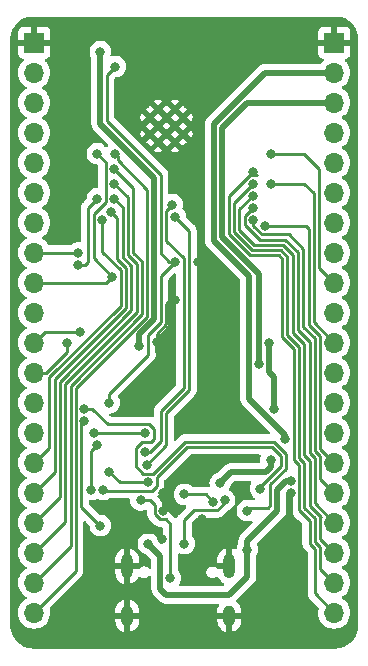
<source format=gbr>
%TF.GenerationSoftware,KiCad,Pcbnew,7.0.7*%
%TF.CreationDate,2024-04-13T12:00:14-04:00*%
%TF.ProjectId,ESP32_S2_Breakout,45535033-325f-4533-925f-427265616b6f,rev?*%
%TF.SameCoordinates,Original*%
%TF.FileFunction,Copper,L2,Bot*%
%TF.FilePolarity,Positive*%
%FSLAX46Y46*%
G04 Gerber Fmt 4.6, Leading zero omitted, Abs format (unit mm)*
G04 Created by KiCad (PCBNEW 7.0.7) date 2024-04-13 12:00:14*
%MOMM*%
%LPD*%
G01*
G04 APERTURE LIST*
%TA.AperFunction,ComponentPad*%
%ADD10R,1.700000X1.700000*%
%TD*%
%TA.AperFunction,ComponentPad*%
%ADD11O,1.700000X1.700000*%
%TD*%
%TA.AperFunction,ComponentPad*%
%ADD12O,1.000000X2.100000*%
%TD*%
%TA.AperFunction,ComponentPad*%
%ADD13O,1.000000X1.800000*%
%TD*%
%TA.AperFunction,HeatsinkPad*%
%ADD14C,0.600000*%
%TD*%
%TA.AperFunction,ViaPad*%
%ADD15C,0.800000*%
%TD*%
%TA.AperFunction,Conductor*%
%ADD16C,0.250000*%
%TD*%
%TA.AperFunction,Conductor*%
%ADD17C,0.500000*%
%TD*%
G04 APERTURE END LIST*
D10*
%TO.P,J2,1,Pin_1*%
%TO.N,GND*%
X126560000Y-83627000D03*
D11*
%TO.P,J2,2,Pin_2*%
%TO.N,+3V3*%
X126560000Y-86167000D03*
%TO.P,J2,3,Pin_3*%
%TO.N,RESET*%
X126560000Y-88707000D03*
%TO.P,J2,4,Pin_4*%
%TO.N,GPIO4*%
X126560000Y-91247000D03*
%TO.P,J2,5,Pin_5*%
%TO.N,GPIO5*%
X126560000Y-93787000D03*
%TO.P,J2,6,Pin_6*%
%TO.N,GPIO6*%
X126560000Y-96327000D03*
%TO.P,J2,7,Pin_7*%
%TO.N,GPIO7*%
X126560000Y-98867000D03*
%TO.P,J2,8,Pin_8*%
%TO.N,GPIO15*%
X126560000Y-101407000D03*
%TO.P,J2,9,Pin_9*%
%TO.N,GPIO16*%
X126560000Y-103947000D03*
%TO.P,J2,10,Pin_10*%
%TO.N,GPIO17*%
X126560000Y-106487000D03*
%TO.P,J2,11,Pin_11*%
%TO.N,GPIO18*%
X126560000Y-109027000D03*
%TO.P,J2,12,Pin_12*%
%TO.N,GPIO8*%
X126560000Y-111567000D03*
%TO.P,J2,13,Pin_13*%
%TO.N,GPIO19*%
X126560000Y-114107000D03*
%TO.P,J2,14,Pin_14*%
%TO.N,GPIO20*%
X126560000Y-116647000D03*
%TO.P,J2,15,Pin_15*%
%TO.N,GPIO3*%
X126560000Y-119187000D03*
%TO.P,J2,16,Pin_16*%
%TO.N,GPIO46*%
X126560000Y-121727000D03*
%TO.P,J2,17,Pin_17*%
%TO.N,GPIO9*%
X126560000Y-124267000D03*
%TO.P,J2,18,Pin_18*%
%TO.N,GPIO10*%
X126560000Y-126807000D03*
%TO.P,J2,19,Pin_19*%
%TO.N,GPIO11*%
X126560000Y-129347000D03*
%TO.P,J2,20,Pin_20*%
%TO.N,GPIO12*%
X126560000Y-131887000D03*
%TD*%
D12*
%TO.P,J1,S1,SHIELD*%
%TO.N,GND*%
X134430000Y-127945000D03*
D13*
X134430000Y-132145000D03*
D12*
X143070000Y-127945000D03*
D13*
X143070000Y-132145000D03*
%TD*%
D10*
%TO.P,J3,1,Pin_1*%
%TO.N,GND*%
X151960000Y-83622000D03*
D11*
%TO.P,J3,2,Pin_2*%
%TO.N,VBUS*%
X151960000Y-86162000D03*
%TO.P,J3,3,Pin_3*%
%TO.N,+5V*%
X151960000Y-88702000D03*
%TO.P,J3,4,Pin_4*%
%TO.N,GPIO1*%
X151960000Y-91242000D03*
%TO.P,J3,5,Pin_5*%
%TO.N,GPIO2*%
X151960000Y-93782000D03*
%TO.P,J3,6,Pin_6*%
%TO.N,GPIO42*%
X151960000Y-96322000D03*
%TO.P,J3,7,Pin_7*%
%TO.N,GPIO41*%
X151960000Y-98862000D03*
%TO.P,J3,8,Pin_8*%
%TO.N,GPIO40*%
X151960000Y-101402000D03*
%TO.P,J3,9,Pin_9*%
%TO.N,GPIO39*%
X151960000Y-103942000D03*
%TO.P,J3,10,Pin_10*%
%TO.N,GPIO38*%
X151960000Y-106482000D03*
%TO.P,J3,11,Pin_11*%
%TO.N,GPIO37*%
X151960000Y-109022000D03*
%TO.P,J3,12,Pin_12*%
%TO.N,GPIO36*%
X151960000Y-111562000D03*
%TO.P,J3,13,Pin_13*%
%TO.N,GPIO35*%
X151960000Y-114102000D03*
%TO.P,J3,14,Pin_14*%
%TO.N,GPIO0*%
X151960000Y-116642000D03*
%TO.P,J3,15,Pin_15*%
%TO.N,GPIO45*%
X151960000Y-119182000D03*
%TO.P,J3,16,Pin_16*%
%TO.N,GPIO48*%
X151960000Y-121722000D03*
%TO.P,J3,17,Pin_17*%
%TO.N,GPIO47*%
X151960000Y-124262000D03*
%TO.P,J3,18,Pin_18*%
%TO.N,GPIO21*%
X151960000Y-126802000D03*
%TO.P,J3,19,Pin_19*%
%TO.N,GPIO14*%
X151960000Y-129342000D03*
%TO.P,J3,20,Pin_20*%
%TO.N,GPIO13*%
X151960000Y-131882000D03*
%TD*%
D14*
%TO.P,U1,41,GND*%
%TO.N,GND*%
X136360000Y-89954000D03*
X136360000Y-91354000D03*
X137060000Y-89254000D03*
X137060000Y-90654000D03*
X137060000Y-92054000D03*
X137760000Y-89954000D03*
X137760000Y-91354000D03*
X138460000Y-89254000D03*
X138460000Y-90654000D03*
X138460000Y-92054000D03*
X139160000Y-89954000D03*
X139160000Y-91354000D03*
%TD*%
D15*
%TO.N,GND*%
X143324000Y-111816000D03*
X140397500Y-102164000D03*
X137482000Y-121722000D03*
X148260500Y-121722000D03*
X136974000Y-111562000D03*
X138498000Y-105415498D03*
X137353000Y-125683226D03*
X140784000Y-123947851D03*
X136924685Y-108934500D03*
X137486299Y-123250299D03*
X143324000Y-109276000D03*
X147896000Y-126294000D03*
%TO.N,+3V3*%
X146880000Y-114610000D03*
X146597500Y-118928000D03*
X146459500Y-109022000D03*
X132148000Y-84384000D03*
X135450000Y-109276000D03*
X142302316Y-120912667D03*
%TO.N,RESET*%
X132910000Y-114102000D03*
X131894000Y-117658000D03*
X131386000Y-121468000D03*
X133418000Y-85654000D03*
X138498000Y-102164000D03*
%TO.N,GPIO15*%
X130259500Y-101407000D03*
%TO.N,GPIO16*%
X131894000Y-93020000D03*
X133164000Y-103434000D03*
%TO.N,+5V*%
X145610000Y-110800000D03*
%TO.N,GPIO0*%
X145706921Y-121396010D03*
X132402000Y-121468000D03*
%TO.N,Net-(D1-A1)*%
X135577000Y-122357000D03*
X138077500Y-128961000D03*
%TO.N,Net-(D2-A1)*%
X142689000Y-122357000D03*
X139260000Y-126040000D03*
%TO.N,VBUS*%
X147810500Y-117178120D03*
X136212000Y-126040000D03*
X148260500Y-120706000D03*
X144594000Y-126548000D03*
%TO.N,Net-(JP2-A)*%
X141699543Y-122498351D03*
X139269513Y-121868102D03*
%TO.N,GPIO3*%
X132306500Y-98608000D03*
%TO.N,GPIO8*%
X130259500Y-102406503D03*
X129354000Y-109022000D03*
X131894000Y-96830000D03*
%TO.N,GPIO9*%
X133343500Y-96830000D03*
%TO.N,GPIO10*%
X133343500Y-95560000D03*
%TO.N,GPIO11*%
X133343500Y-94290000D03*
%TO.N,GPIO12*%
X133418000Y-93020000D03*
%TO.N,GPIO13*%
X145102000Y-94544000D03*
%TO.N,GPIO14*%
X145102000Y-95560000D03*
%TO.N,GPIO39*%
X146626000Y-93020000D03*
%TO.N,GPIO37*%
X146626000Y-95560000D03*
%TO.N,GPIO21*%
X145102000Y-96576000D03*
%TO.N,GPIO20*%
X130804500Y-114610000D03*
X144594000Y-123246000D03*
%TO.N,GPIO19*%
X130804500Y-115634061D03*
X132148000Y-124516000D03*
%TO.N,GPIO18*%
X130433850Y-108086937D03*
%TO.N,DTR*%
X136212000Y-120832000D03*
X132910000Y-119944000D03*
%TO.N,RTS*%
X131640000Y-116642000D03*
X135958000Y-116642000D03*
%TO.N,GPIO46*%
X133031871Y-97920365D03*
%TO.N,GPIO47*%
X145102000Y-97592000D03*
%TO.N,GPIO48*%
X145102000Y-98608000D03*
%TO.N,GPIO45*%
X146118000Y-99116000D03*
%TO.N,RXD0*%
X138498000Y-98354000D03*
X136086743Y-119365721D03*
%TO.N,TXD0*%
X138244000Y-97338000D03*
X135958000Y-118305862D03*
%TD*%
D16*
%TO.N,GND*%
X137760000Y-91354000D02*
X140397500Y-93991500D01*
X143324000Y-109276000D02*
X143324000Y-111816000D01*
X136974000Y-108983815D02*
X136974000Y-111562000D01*
X136924685Y-108934500D02*
X136974000Y-108983815D01*
X137486299Y-123250299D02*
X137486299Y-121726299D01*
X143070000Y-126233851D02*
X143070000Y-127945000D01*
X137745000Y-105711000D02*
X137745000Y-107474117D01*
X134430000Y-125790000D02*
X134430000Y-127945000D01*
X136924685Y-108294431D02*
X136924685Y-108934500D01*
X138040502Y-105415498D02*
X137745000Y-105711000D01*
X136693774Y-125024000D02*
X135196000Y-125024000D01*
X140397500Y-93991500D02*
X140397500Y-102164000D01*
X137486299Y-121726299D02*
X137482000Y-121722000D01*
X148260500Y-125929500D02*
X147896000Y-126294000D01*
X137353000Y-125683226D02*
X136693774Y-125024000D01*
X137745000Y-107474117D02*
X136924685Y-108294431D01*
X135196000Y-125024000D02*
X134430000Y-125790000D01*
X140784000Y-123947851D02*
X143070000Y-126233851D01*
X138498000Y-105415498D02*
X138040502Y-105415498D01*
X148260500Y-121722000D02*
X148260500Y-125929500D01*
D17*
%TO.N,+3V3*%
X136720000Y-95052000D02*
X132148000Y-90480000D01*
X143233767Y-119981216D02*
X142302316Y-120912667D01*
X146880000Y-111943000D02*
X146460000Y-111523000D01*
X136720000Y-107049548D02*
X136720000Y-95052000D01*
X135450000Y-109276000D02*
X135450000Y-108319548D01*
X132148000Y-90480000D02*
X132148000Y-84384000D01*
X146460000Y-111523000D02*
X146460000Y-109022500D01*
X146597500Y-118928000D02*
X146597500Y-119538932D01*
X146155216Y-119981216D02*
X143233767Y-119981216D01*
X146597500Y-119538932D02*
X146155216Y-119981216D01*
X135450000Y-108319548D02*
X136720000Y-107049548D01*
X146460000Y-109022500D02*
X146459500Y-109022000D01*
X146880000Y-114610000D02*
X146880000Y-111943000D01*
D16*
%TO.N,RESET*%
X131386000Y-118166000D02*
X131386000Y-121468000D01*
X132910000Y-113340000D02*
X136212000Y-110038000D01*
X132723000Y-86924000D02*
X132723000Y-86349000D01*
X131894000Y-117658000D02*
X131386000Y-118166000D01*
X136199685Y-110025685D02*
X136199685Y-108383035D01*
X138498000Y-102164000D02*
X137295000Y-103367000D01*
X137295000Y-107287721D02*
X137295000Y-103942000D01*
X132723000Y-86349000D02*
X133418000Y-85654000D01*
X137295000Y-101469000D02*
X137295000Y-100640000D01*
X137295000Y-94813828D02*
X136872586Y-94391414D01*
X138498000Y-102164000D02*
X137990000Y-102164000D01*
X136872586Y-94391414D02*
X132723000Y-90241828D01*
X136212000Y-110038000D02*
X136199685Y-110025685D01*
X132723000Y-90241828D02*
X132723000Y-86924000D01*
X132910000Y-114102000D02*
X132910000Y-113340000D01*
X137990000Y-102164000D02*
X137295000Y-101469000D01*
X137295000Y-103367000D02*
X137295000Y-103942000D01*
X136199685Y-108383035D02*
X137295000Y-107287721D01*
X137295000Y-100640000D02*
X137295000Y-94813828D01*
%TO.N,GPIO15*%
X130259500Y-101407000D02*
X126560000Y-101407000D01*
%TO.N,GPIO16*%
X132619000Y-97130305D02*
X132619000Y-93745000D01*
X132619000Y-93745000D02*
X131894000Y-93020000D01*
X131582000Y-98167305D02*
X132619000Y-97130305D01*
X126560000Y-103947000D02*
X132651000Y-103947000D01*
X133164000Y-103434000D02*
X131582000Y-101852000D01*
X131582000Y-101852000D02*
X131582000Y-98167305D01*
X132651000Y-103947000D02*
X133164000Y-103434000D01*
D17*
%TO.N,+5V*%
X144582731Y-102216000D02*
X145610000Y-103243269D01*
X142452000Y-100085269D02*
X144582731Y-102216000D01*
X144594000Y-88702000D02*
X143832000Y-89464000D01*
X142452000Y-90844000D02*
X142452000Y-98608000D01*
X145610000Y-103243269D02*
X145610000Y-110800000D01*
X143832000Y-89464000D02*
X142452000Y-90844000D01*
X142452000Y-98608000D02*
X142452000Y-100085269D01*
X151960000Y-88702000D02*
X144594000Y-88702000D01*
D16*
%TO.N,GPIO0*%
X147446000Y-118606396D02*
X147446000Y-119503604D01*
X146693604Y-117854000D02*
X147446000Y-118606396D01*
X136937000Y-120435396D02*
X139518396Y-117854000D01*
X132491000Y-121557000D02*
X136512305Y-121557000D01*
X136512305Y-121557000D02*
X136937000Y-121132305D01*
X147446000Y-119503604D02*
X145706921Y-121242683D01*
X145706921Y-121242683D02*
X145706921Y-121396010D01*
X139518396Y-117854000D02*
X146693604Y-117854000D01*
X132402000Y-121468000D02*
X132491000Y-121557000D01*
X136937000Y-121132305D02*
X136937000Y-120435396D01*
%TO.N,Net-(D1-A1)*%
X137703299Y-123975299D02*
X137185994Y-123975299D01*
X136761299Y-122779299D02*
X136339000Y-122357000D01*
X136339000Y-122357000D02*
X135577000Y-122357000D01*
X138077500Y-128961000D02*
X138077500Y-124349500D01*
X138077500Y-124349500D02*
X137703299Y-123975299D01*
X137185994Y-123975299D02*
X136761299Y-123550604D01*
X136761299Y-123550604D02*
X136761299Y-122779299D01*
%TO.N,Net-(D2-A1)*%
X139260000Y-126040000D02*
X139260000Y-124008000D01*
X142038248Y-123223351D02*
X142689000Y-122572599D01*
X139260000Y-124008000D02*
X140044649Y-123223351D01*
X140044649Y-123223351D02*
X142038248Y-123223351D01*
X142689000Y-122572599D02*
X142689000Y-122357000D01*
D17*
%TO.N,VBUS*%
X141752000Y-100375219D02*
X144760000Y-103383218D01*
X141752000Y-90528000D02*
X141752000Y-100375219D01*
X144594000Y-125786000D02*
X147134000Y-123246000D01*
X144760000Y-103383218D02*
X144760000Y-113760000D01*
X151960000Y-86162000D02*
X146118000Y-86162000D01*
X137228000Y-129850000D02*
X137736000Y-130358000D01*
X148260500Y-120706000D02*
X147896000Y-120706000D01*
X137228000Y-127056000D02*
X137228000Y-129850000D01*
X136212000Y-126040000D02*
X137228000Y-127056000D01*
X143070000Y-130358000D02*
X144594000Y-128834000D01*
X144594000Y-128834000D02*
X144594000Y-126548000D01*
X147810500Y-117178120D02*
X147810500Y-116810500D01*
X137736000Y-130358000D02*
X143070000Y-130358000D01*
X144594000Y-126548000D02*
X144594000Y-125786000D01*
X147810500Y-116810500D02*
X144760000Y-113760000D01*
X146118000Y-86162000D02*
X141752000Y-90528000D01*
X147896000Y-120706000D02*
X147134000Y-121468000D01*
X147134000Y-123246000D02*
X147134000Y-121468000D01*
D16*
%TO.N,Net-(JP2-A)*%
X139269513Y-121868102D02*
X141069294Y-121868102D01*
X141069294Y-121868102D02*
X141699543Y-122498351D01*
%TO.N,GPIO3*%
X127830000Y-117917000D02*
X126560000Y-119187000D01*
X127830000Y-111944396D02*
X127830000Y-117917000D01*
X133889000Y-105885396D02*
X127830000Y-111944396D01*
X132306500Y-98608000D02*
X132306500Y-101306500D01*
X133889000Y-102889000D02*
X133889000Y-105885396D01*
X132306500Y-101306500D02*
X133889000Y-102889000D01*
%TO.N,GPIO8*%
X129354000Y-109022000D02*
X129354000Y-109784000D01*
X131132000Y-102164000D02*
X130889497Y-102406503D01*
X131894000Y-96830000D02*
X131132000Y-97592000D01*
X131132000Y-97592000D02*
X131132000Y-102164000D01*
X127571000Y-111567000D02*
X126560000Y-111567000D01*
X130889497Y-102406503D02*
X130259500Y-102406503D01*
X129354000Y-109784000D02*
X127571000Y-111567000D01*
%TO.N,GPIO9*%
X133343500Y-96830000D02*
X134042000Y-97528500D01*
X134042000Y-101769208D02*
X134789000Y-102516208D01*
X134789000Y-106258188D02*
X128730000Y-112317188D01*
X128730000Y-112317188D02*
X128730000Y-122097000D01*
X128730000Y-122097000D02*
X126560000Y-124267000D01*
X134789000Y-102516208D02*
X134789000Y-106258188D01*
X134042000Y-97528500D02*
X134042000Y-101769208D01*
%TO.N,GPIO10*%
X134492000Y-96708500D02*
X134492000Y-101582812D01*
X129180000Y-112503584D02*
X129180000Y-124187000D01*
X135239000Y-102329812D02*
X135239000Y-106444584D01*
X129180000Y-124187000D02*
X126560000Y-126807000D01*
X134492000Y-101582812D02*
X135239000Y-102329812D01*
X135239000Y-106444584D02*
X129180000Y-112503584D01*
X133343500Y-95560000D02*
X134492000Y-96708500D01*
%TO.N,GPIO11*%
X135689000Y-102143416D02*
X135689000Y-106630980D01*
X133343500Y-94290000D02*
X134942000Y-95888500D01*
X134942000Y-95888500D02*
X134942000Y-101396416D01*
X129630000Y-126277000D02*
X126560000Y-129347000D01*
X135689000Y-106630980D02*
X129630000Y-112689980D01*
X129630000Y-112689980D02*
X129630000Y-126277000D01*
X134942000Y-101396416D02*
X135689000Y-102143416D01*
%TO.N,GPIO12*%
X136139000Y-96060195D02*
X136139000Y-106817376D01*
X130080000Y-112876376D02*
X130080000Y-128367000D01*
X130080000Y-128367000D02*
X126560000Y-131887000D01*
X133643805Y-93245805D02*
X133643805Y-93565000D01*
X136139000Y-106817376D02*
X130080000Y-112876376D01*
X133418000Y-93020000D02*
X133643805Y-93245805D01*
X133643805Y-93565000D02*
X136139000Y-96060195D01*
%TO.N,GPIO13*%
X144801695Y-94835000D02*
X143027000Y-96609695D01*
X145383695Y-94835000D02*
X144801695Y-94835000D01*
X149884998Y-124096186D02*
X149884998Y-126051693D01*
X148535000Y-109538188D02*
X148535000Y-118938980D01*
X145092695Y-94544000D02*
X145383695Y-94835000D01*
X144820903Y-101641000D02*
X147241812Y-101641000D01*
X147540000Y-101939188D02*
X147540000Y-108543188D01*
X147540000Y-108543188D02*
X148535000Y-109538188D01*
X148535000Y-118938980D02*
X148985000Y-119388980D01*
X149884998Y-126051693D02*
X150335000Y-126501695D01*
X148985000Y-119388980D02*
X148985000Y-123196188D01*
X147241812Y-101641000D02*
X147540000Y-101939188D01*
X143027000Y-99847097D02*
X144820903Y-101641000D01*
X143027000Y-96609695D02*
X143027000Y-99847097D01*
X150335000Y-126501695D02*
X150335000Y-130257000D01*
X145102000Y-94544000D02*
X145092695Y-94544000D01*
X150335000Y-130257000D02*
X151960000Y-131882000D01*
X148985000Y-123196188D02*
X149884998Y-124096186D01*
%TO.N,GPIO14*%
X148985000Y-118752584D02*
X149435000Y-119202584D01*
X143477000Y-97175695D02*
X143477000Y-99660701D01*
X150334998Y-123909790D02*
X150334998Y-125865297D01*
X147990000Y-108356792D02*
X148985000Y-109351792D01*
X145092695Y-95560000D02*
X143477000Y-97175695D01*
X147428208Y-101191000D02*
X147990000Y-101752792D01*
X150785000Y-128167000D02*
X151960000Y-129342000D01*
X147990000Y-101752792D02*
X147990000Y-108356792D01*
X150334998Y-125865297D02*
X150785000Y-126315299D01*
X149435000Y-123009792D02*
X150334998Y-123909790D01*
X148985000Y-109351792D02*
X148985000Y-118752584D01*
X143477000Y-99660701D02*
X145007299Y-101191000D01*
X149435000Y-119202584D02*
X149435000Y-123009792D01*
X145007299Y-101191000D02*
X147428208Y-101191000D01*
X145102000Y-95560000D02*
X145092695Y-95560000D01*
X150785000Y-126315299D02*
X150785000Y-128167000D01*
%TO.N,GPIO39*%
X149420000Y-93020000D02*
X150690000Y-94290000D01*
X146626000Y-93020000D02*
X149420000Y-93020000D01*
X150690000Y-94290000D02*
X150690000Y-102672000D01*
X150690000Y-102672000D02*
X151960000Y-103942000D01*
%TO.N,GPIO37*%
X149420000Y-95560000D02*
X150240000Y-96380000D01*
X150240000Y-107302000D02*
X151960000Y-109022000D01*
X146626000Y-95560000D02*
X149420000Y-95560000D01*
X150240000Y-96380000D02*
X150240000Y-107302000D01*
%TO.N,GPIO21*%
X145193695Y-100741000D02*
X147614604Y-100741000D01*
X143927000Y-99474305D02*
X145193695Y-100741000D01*
X143927000Y-97741695D02*
X143927000Y-99474305D01*
X148440000Y-108170396D02*
X149435000Y-109165396D01*
X145092695Y-96576000D02*
X143927000Y-97741695D01*
X149435000Y-109165396D02*
X149435000Y-118566188D01*
X150785000Y-123775299D02*
X150785000Y-125627000D01*
X148440000Y-101566396D02*
X148440000Y-108170396D01*
X150785000Y-125627000D02*
X151960000Y-126802000D01*
X149885000Y-122823396D02*
X150810952Y-123749348D01*
X150810952Y-123749348D02*
X150785000Y-123775299D01*
X147614604Y-100741000D02*
X148440000Y-101566396D01*
X149435000Y-118566188D02*
X149885000Y-119016188D01*
X149885000Y-119016188D02*
X149885000Y-122823396D01*
X145102000Y-96576000D02*
X145092695Y-96576000D01*
%TO.N,GPIO20*%
X131476250Y-114610000D02*
X132783250Y-115917000D01*
X135704000Y-117404000D02*
X135196000Y-117912000D01*
X135803424Y-120107000D02*
X136629000Y-120107000D01*
X132783250Y-115917000D02*
X136258305Y-115917000D01*
X147896000Y-119690000D02*
X146559000Y-121027000D01*
X146559000Y-121027000D02*
X146559000Y-122805000D01*
X136258305Y-115917000D02*
X136683000Y-116341695D01*
X146880000Y-117404000D02*
X147896000Y-118420000D01*
X135196000Y-117912000D02*
X135196000Y-119499576D01*
X139332000Y-117404000D02*
X146880000Y-117404000D01*
X144848000Y-122992000D02*
X144594000Y-123246000D01*
X144594000Y-123246000D02*
X144594000Y-123236695D01*
X136629000Y-120107000D02*
X139332000Y-117404000D01*
X135196000Y-119499576D02*
X135803424Y-120107000D01*
X136683000Y-116341695D02*
X136683000Y-117187000D01*
X146372000Y-122992000D02*
X144848000Y-122992000D01*
X147896000Y-118420000D02*
X147896000Y-119690000D01*
X136683000Y-117187000D02*
X136466000Y-117404000D01*
X130804500Y-114610000D02*
X131476250Y-114610000D01*
X136466000Y-117404000D02*
X135704000Y-117404000D01*
X146559000Y-122805000D02*
X146372000Y-122992000D01*
%TO.N,GPIO19*%
X130804500Y-115634061D02*
X130530000Y-115908561D01*
X130530000Y-115908561D02*
X130530000Y-122898000D01*
X130530000Y-122898000D02*
X132148000Y-124516000D01*
%TO.N,GPIO18*%
X127500063Y-108086937D02*
X130433850Y-108086937D01*
X126560000Y-109027000D02*
X127500063Y-108086937D01*
%TO.N,DTR*%
X133798000Y-120832000D02*
X132910000Y-119944000D01*
X136212000Y-120832000D02*
X133798000Y-120832000D01*
%TO.N,RTS*%
X135958000Y-116642000D02*
X131640000Y-116642000D01*
%TO.N,GPIO46*%
X128280000Y-120007000D02*
X126560000Y-121727000D01*
X133592000Y-101955604D02*
X134339000Y-102702604D01*
X133592000Y-98480494D02*
X133592000Y-101955604D01*
X128280000Y-112130792D02*
X128280000Y-120007000D01*
X134339000Y-106071792D02*
X128280000Y-112130792D01*
X134339000Y-102702604D02*
X134339000Y-106071792D01*
X133031871Y-97920365D02*
X133592000Y-98480494D01*
%TO.N,GPIO47*%
X150335000Y-118829792D02*
X150335000Y-122637000D01*
X149885000Y-108979000D02*
X149885000Y-118379792D01*
X145092695Y-97592000D02*
X144377000Y-98307695D01*
X144377000Y-98307695D02*
X144377000Y-99036701D01*
X144377000Y-99036701D02*
X145631299Y-100291000D01*
X148890000Y-101380000D02*
X148890000Y-107984000D01*
X145631299Y-100291000D02*
X147801000Y-100291000D01*
X150335000Y-122637000D02*
X151960000Y-124262000D01*
X149885000Y-118379792D02*
X150335000Y-118829792D01*
X145102000Y-97592000D02*
X145092695Y-97592000D01*
X148890000Y-107984000D02*
X149885000Y-108979000D01*
X147801000Y-100291000D02*
X148890000Y-101380000D01*
%TO.N,GPIO48*%
X149340000Y-101068000D02*
X149340000Y-107674792D01*
X150335000Y-118193396D02*
X150785000Y-118643396D01*
X145102000Y-98608000D02*
X145102000Y-99125305D01*
X145817695Y-99841000D02*
X148113000Y-99841000D01*
X148113000Y-99841000D02*
X149340000Y-101068000D01*
X150335000Y-108669792D02*
X150335000Y-118193396D01*
X150785000Y-120547000D02*
X151960000Y-121722000D01*
X149340000Y-107674792D02*
X150335000Y-108669792D01*
X145102000Y-99125305D02*
X145817695Y-99841000D01*
X150785000Y-118643396D02*
X150785000Y-120547000D01*
%TO.N,GPIO45*%
X146118000Y-99116000D02*
X149536000Y-99116000D01*
X149790000Y-107488396D02*
X150785000Y-108483396D01*
X150785000Y-108483396D02*
X150785000Y-118007000D01*
X149790000Y-99370000D02*
X149790000Y-107488396D01*
X149536000Y-99116000D02*
X149790000Y-99370000D01*
X150785000Y-118007000D02*
X151960000Y-119182000D01*
%TO.N,RXD0*%
X139673000Y-113055396D02*
X139673000Y-99529000D01*
X139673000Y-99529000D02*
X138498000Y-98354000D01*
X136086743Y-119365721D02*
X137736000Y-117716464D01*
X137736000Y-114992396D02*
X139673000Y-113055396D01*
X137736000Y-117716464D02*
X137736000Y-114992396D01*
%TO.N,TXD0*%
X137286000Y-114806000D02*
X139223000Y-112869000D01*
X137745000Y-97837000D02*
X138244000Y-97338000D01*
X135958000Y-118305862D02*
X136368941Y-118305862D01*
X139223000Y-101864000D02*
X137745000Y-100386000D01*
X136368941Y-118305862D02*
X137286000Y-117388803D01*
X137286000Y-117388803D02*
X137286000Y-114806000D01*
X137745000Y-100386000D02*
X137745000Y-97837000D01*
X139223000Y-112869000D02*
X139223000Y-101864000D01*
%TD*%
%TA.AperFunction,Conductor*%
%TO.N,GND*%
G36*
X144902908Y-120751401D02*
G01*
X144948663Y-120804205D01*
X144958607Y-120873363D01*
X144943256Y-120917716D01*
X144879742Y-121027725D01*
X144879739Y-121027732D01*
X144825321Y-121195216D01*
X144821247Y-121207754D01*
X144801461Y-121396010D01*
X144821247Y-121584266D01*
X144821248Y-121584269D01*
X144879739Y-121764287D01*
X144879742Y-121764294D01*
X144974388Y-121928226D01*
X145053955Y-122016594D01*
X145101050Y-122068898D01*
X145201917Y-122142182D01*
X145244583Y-122197512D01*
X145250562Y-122267125D01*
X145217957Y-122328920D01*
X145157118Y-122363277D01*
X145129032Y-122366500D01*
X144930737Y-122366500D01*
X144915120Y-122364776D01*
X144915093Y-122365062D01*
X144907331Y-122364327D01*
X144838203Y-122366500D01*
X144804756Y-122366500D01*
X144804756Y-122366136D01*
X144775674Y-122363998D01*
X144688646Y-122345500D01*
X144499354Y-122345500D01*
X144466897Y-122352398D01*
X144314197Y-122384855D01*
X144314192Y-122384857D01*
X144141270Y-122461848D01*
X144141265Y-122461851D01*
X143988129Y-122573111D01*
X143861466Y-122713785D01*
X143766821Y-122877715D01*
X143766818Y-122877722D01*
X143720752Y-123019500D01*
X143708326Y-123057744D01*
X143688540Y-123246000D01*
X143708326Y-123434256D01*
X143708327Y-123434259D01*
X143766818Y-123614277D01*
X143766821Y-123614284D01*
X143861467Y-123778216D01*
X143963943Y-123892027D01*
X143988129Y-123918888D01*
X144141265Y-124030148D01*
X144141270Y-124030151D01*
X144314192Y-124107142D01*
X144314197Y-124107144D01*
X144499354Y-124146500D01*
X144499355Y-124146500D01*
X144688644Y-124146500D01*
X144688646Y-124146500D01*
X144873803Y-124107144D01*
X144873805Y-124107142D01*
X144879987Y-124105135D01*
X144880598Y-124107017D01*
X144940523Y-124098974D01*
X145003805Y-124128592D01*
X145041027Y-124187722D01*
X145040373Y-124257588D01*
X145009409Y-124309222D01*
X144108358Y-125210272D01*
X144094729Y-125222051D01*
X144075468Y-125236390D01*
X144041898Y-125276397D01*
X144038253Y-125280376D01*
X144032409Y-125286222D01*
X144012059Y-125311959D01*
X143962695Y-125370789D01*
X143958729Y-125376819D01*
X143958682Y-125376788D01*
X143954630Y-125383147D01*
X143954679Y-125383177D01*
X143950889Y-125389321D01*
X143918424Y-125458941D01*
X143883960Y-125527566D01*
X143881488Y-125534357D01*
X143881432Y-125534336D01*
X143878960Y-125541450D01*
X143879015Y-125541469D01*
X143876742Y-125548327D01*
X143870410Y-125578998D01*
X143861207Y-125623565D01*
X143858835Y-125633575D01*
X143843498Y-125698286D01*
X143842661Y-125705454D01*
X143842601Y-125705447D01*
X143841835Y-125712945D01*
X143841895Y-125712951D01*
X143841265Y-125720140D01*
X143843500Y-125796916D01*
X143843500Y-126013677D01*
X143826887Y-126075677D01*
X143766821Y-126179714D01*
X143711053Y-126351351D01*
X143708326Y-126359744D01*
X143703439Y-126406245D01*
X143676854Y-126470859D01*
X143619556Y-126510843D01*
X143549737Y-126513503D01*
X143525510Y-126504610D01*
X143419096Y-126452412D01*
X143419095Y-126452411D01*
X143320000Y-126426753D01*
X143320000Y-126990021D01*
X143300315Y-127057060D01*
X143247511Y-127102815D01*
X143178353Y-127112759D01*
X143162066Y-127109287D01*
X143098162Y-127091105D01*
X143098162Y-127091104D01*
X142986475Y-127101454D01*
X142977931Y-127103885D01*
X142908064Y-127103297D01*
X142849606Y-127065028D01*
X142821118Y-127001230D01*
X142820000Y-126984618D01*
X142820000Y-126421633D01*
X142818053Y-126421931D01*
X142818047Y-126421933D01*
X142627342Y-126492562D01*
X142627335Y-126492565D01*
X142454732Y-126600149D01*
X142307331Y-126740264D01*
X142307330Y-126740266D01*
X142191143Y-126907195D01*
X142110940Y-127094092D01*
X142070000Y-127293309D01*
X142070000Y-127695000D01*
X142646000Y-127695000D01*
X142713039Y-127714685D01*
X142758794Y-127767489D01*
X142770000Y-127819000D01*
X142770000Y-128071000D01*
X142750315Y-128138039D01*
X142697511Y-128183794D01*
X142646000Y-128195000D01*
X142129137Y-128195000D01*
X142062098Y-128175315D01*
X142024822Y-128138040D01*
X142022144Y-128133874D01*
X142022143Y-128133872D01*
X141913373Y-128039623D01*
X141913371Y-128039622D01*
X141782456Y-127979834D01*
X141702611Y-127968355D01*
X141675799Y-127964500D01*
X141604201Y-127964500D01*
X141590794Y-127966427D01*
X141497543Y-127979834D01*
X141366628Y-128039622D01*
X141366626Y-128039623D01*
X141257856Y-128133873D01*
X141180045Y-128254949D01*
X141139500Y-128393036D01*
X141139500Y-128536963D01*
X141180045Y-128675050D01*
X141180047Y-128675053D01*
X141257857Y-128796128D01*
X141366627Y-128890377D01*
X141497543Y-128950165D01*
X141604201Y-128965500D01*
X141604204Y-128965500D01*
X141675796Y-128965500D01*
X141675799Y-128965500D01*
X141782457Y-128950165D01*
X141913373Y-128890377D01*
X141954806Y-128854474D01*
X142018360Y-128825450D01*
X142087518Y-128835393D01*
X142140323Y-128881148D01*
X142144427Y-128888010D01*
X142245005Y-129069215D01*
X142245005Y-129069216D01*
X142377478Y-129223530D01*
X142377479Y-129223531D01*
X142538305Y-129348019D01*
X142538306Y-129348020D01*
X142587544Y-129372172D01*
X142639064Y-129419368D01*
X142656889Y-129486926D01*
X142635359Y-129553396D01*
X142581311Y-129597675D01*
X142532936Y-129607500D01*
X138958825Y-129607500D01*
X138891786Y-129587815D01*
X138846031Y-129535011D01*
X138836087Y-129465853D01*
X138851438Y-129421500D01*
X138861921Y-129403343D01*
X138904679Y-129329284D01*
X138963174Y-129149256D01*
X138982960Y-128961000D01*
X138963174Y-128772744D01*
X138904679Y-128592716D01*
X138810033Y-128428784D01*
X138777848Y-128393039D01*
X138734850Y-128345284D01*
X138704620Y-128282292D01*
X138703000Y-128262312D01*
X138703000Y-126968670D01*
X138722685Y-126901631D01*
X138775489Y-126855876D01*
X138844647Y-126845932D01*
X138877432Y-126855389D01*
X138980197Y-126901144D01*
X139165354Y-126940500D01*
X139165355Y-126940500D01*
X139354644Y-126940500D01*
X139354646Y-126940500D01*
X139539803Y-126901144D01*
X139712730Y-126824151D01*
X139865871Y-126712888D01*
X139992533Y-126572216D01*
X140087179Y-126408284D01*
X140145674Y-126228256D01*
X140165460Y-126040000D01*
X140145674Y-125851744D01*
X140087179Y-125671716D01*
X139992533Y-125507784D01*
X139960440Y-125472141D01*
X139917350Y-125424284D01*
X139887120Y-125361292D01*
X139885500Y-125341312D01*
X139885500Y-124318452D01*
X139905185Y-124251413D01*
X139921819Y-124230771D01*
X140267421Y-123885170D01*
X140328744Y-123851685D01*
X140355102Y-123848851D01*
X141955505Y-123848851D01*
X141971125Y-123850575D01*
X141971152Y-123850290D01*
X141978908Y-123851022D01*
X141978915Y-123851024D01*
X142048062Y-123848851D01*
X142077598Y-123848851D01*
X142084476Y-123847981D01*
X142090289Y-123847523D01*
X142136875Y-123846060D01*
X142156117Y-123840468D01*
X142175160Y-123836525D01*
X142195040Y-123834015D01*
X142238370Y-123816858D01*
X142243894Y-123814968D01*
X142247644Y-123813878D01*
X142288638Y-123801969D01*
X142305877Y-123791773D01*
X142323351Y-123783213D01*
X142341975Y-123775839D01*
X142341975Y-123775838D01*
X142341980Y-123775837D01*
X142379697Y-123748433D01*
X142384553Y-123745243D01*
X142424668Y-123721521D01*
X142438837Y-123707350D01*
X142453627Y-123694719D01*
X142469835Y-123682945D01*
X142499547Y-123647027D01*
X142503460Y-123642727D01*
X142891072Y-123255116D01*
X142952393Y-123221633D01*
X142952743Y-123221557D01*
X142968803Y-123218144D01*
X142968807Y-123218142D01*
X142968808Y-123218142D01*
X143027675Y-123191932D01*
X143141730Y-123141151D01*
X143294871Y-123029888D01*
X143421533Y-122889216D01*
X143516179Y-122725284D01*
X143574674Y-122545256D01*
X143594460Y-122357000D01*
X143574674Y-122168744D01*
X143516179Y-121988716D01*
X143421533Y-121824784D01*
X143294871Y-121684112D01*
X143294870Y-121684111D01*
X143141732Y-121572850D01*
X143141730Y-121572849D01*
X143123739Y-121564839D01*
X143070503Y-121519589D01*
X143050182Y-121452740D01*
X143066788Y-121389562D01*
X143129495Y-121280951D01*
X143184838Y-121110622D01*
X143215085Y-121061264D01*
X143508315Y-120768035D01*
X143569638Y-120734550D01*
X143595996Y-120731716D01*
X144835869Y-120731716D01*
X144902908Y-120751401D01*
G37*
%TD.AperFunction*%
%TA.AperFunction,Conductor*%
G36*
X145692752Y-118499185D02*
G01*
X145738507Y-118551989D01*
X145748451Y-118621147D01*
X145743644Y-118641818D01*
X145717155Y-118723344D01*
X145711826Y-118739744D01*
X145692040Y-118928000D01*
X145709461Y-119093757D01*
X145696893Y-119162484D01*
X145649161Y-119213508D01*
X145586141Y-119230716D01*
X143297472Y-119230716D01*
X143279502Y-119229407D01*
X143255739Y-119225926D01*
X143210300Y-119229902D01*
X143203698Y-119230480D01*
X143198297Y-119230716D01*
X143190056Y-119230716D01*
X143168346Y-119233253D01*
X143157491Y-119234522D01*
X143142186Y-119235861D01*
X143080966Y-119241217D01*
X143073899Y-119242676D01*
X143073887Y-119242620D01*
X143066530Y-119244251D01*
X143066544Y-119244308D01*
X143059510Y-119245975D01*
X142987342Y-119272241D01*
X142914442Y-119296397D01*
X142907893Y-119299452D01*
X142907868Y-119299399D01*
X142901075Y-119302687D01*
X142901101Y-119302739D01*
X142894647Y-119305980D01*
X142830475Y-119348187D01*
X142765114Y-119388501D01*
X142759450Y-119392981D01*
X142759414Y-119392935D01*
X142753565Y-119397700D01*
X142753602Y-119397744D01*
X142748077Y-119402380D01*
X142748071Y-119402385D01*
X142748071Y-119402386D01*
X142719683Y-119432475D01*
X142695365Y-119458250D01*
X142149545Y-120004069D01*
X142088222Y-120037554D01*
X142087646Y-120037678D01*
X142022512Y-120051523D01*
X142022508Y-120051524D01*
X141849586Y-120128515D01*
X141849581Y-120128518D01*
X141696445Y-120239778D01*
X141569782Y-120380452D01*
X141475137Y-120544382D01*
X141475134Y-120544389D01*
X141426365Y-120694486D01*
X141416642Y-120724411D01*
X141396856Y-120912667D01*
X141416642Y-121100923D01*
X141416643Y-121100926D01*
X141420979Y-121114271D01*
X141422974Y-121184112D01*
X141386894Y-121243945D01*
X141324193Y-121274773D01*
X141254778Y-121266808D01*
X141253800Y-121266390D01*
X141245188Y-121262663D01*
X141245186Y-121262662D01*
X141199168Y-121255374D01*
X141193446Y-121254189D01*
X141148315Y-121242602D01*
X141148313Y-121242602D01*
X141128278Y-121242602D01*
X141108880Y-121241075D01*
X141101456Y-121239899D01*
X141089099Y-121237942D01*
X141089098Y-121237942D01*
X141042710Y-121242327D01*
X141036872Y-121242602D01*
X139973261Y-121242602D01*
X139906222Y-121222917D01*
X139881113Y-121201576D01*
X139875386Y-121195216D01*
X139875382Y-121195212D01*
X139722247Y-121083953D01*
X139722242Y-121083950D01*
X139549320Y-121006959D01*
X139549315Y-121006957D01*
X139403514Y-120975967D01*
X139364159Y-120967602D01*
X139174867Y-120967602D01*
X139142410Y-120974500D01*
X138989710Y-121006957D01*
X138989705Y-121006959D01*
X138816783Y-121083950D01*
X138816778Y-121083953D01*
X138663642Y-121195213D01*
X138536979Y-121335887D01*
X138442334Y-121499817D01*
X138442331Y-121499824D01*
X138398410Y-121635001D01*
X138383839Y-121679846D01*
X138364053Y-121868102D01*
X138383839Y-122056358D01*
X138383840Y-122056361D01*
X138442331Y-122236379D01*
X138442334Y-122236386D01*
X138536980Y-122400318D01*
X138619473Y-122491935D01*
X138663642Y-122540990D01*
X138816778Y-122652250D01*
X138816783Y-122652253D01*
X138989705Y-122729244D01*
X138989710Y-122729246D01*
X139174867Y-122768602D01*
X139174868Y-122768602D01*
X139315444Y-122768602D01*
X139382483Y-122788287D01*
X139428238Y-122841091D01*
X139438182Y-122910249D01*
X139409157Y-122973805D01*
X139403125Y-122980283D01*
X138876208Y-123507199D01*
X138863951Y-123517020D01*
X138864134Y-123517241D01*
X138858123Y-123522213D01*
X138810772Y-123572636D01*
X138789889Y-123593519D01*
X138789877Y-123593532D01*
X138785621Y-123599017D01*
X138781837Y-123603447D01*
X138749937Y-123637418D01*
X138749936Y-123637420D01*
X138740284Y-123654976D01*
X138729610Y-123671226D01*
X138717329Y-123687061D01*
X138717324Y-123687068D01*
X138698815Y-123729838D01*
X138696245Y-123735084D01*
X138673802Y-123775908D01*
X138669577Y-123792363D01*
X138633836Y-123852400D01*
X138571311Y-123883583D01*
X138501853Y-123876012D01*
X138461793Y-123849202D01*
X138204102Y-123591511D01*
X138194279Y-123579249D01*
X138194058Y-123579433D01*
X138189085Y-123573422D01*
X138175237Y-123560418D01*
X138138663Y-123526072D01*
X138128218Y-123515627D01*
X138117774Y-123505182D01*
X138112285Y-123500924D01*
X138107860Y-123497146D01*
X138073881Y-123465237D01*
X138073879Y-123465235D01*
X138073876Y-123465234D01*
X138056328Y-123455587D01*
X138040062Y-123444903D01*
X138024232Y-123432624D01*
X137981467Y-123414117D01*
X137976221Y-123411547D01*
X137935392Y-123389102D01*
X137935391Y-123389101D01*
X137915992Y-123384121D01*
X137897580Y-123377817D01*
X137879197Y-123369861D01*
X137879191Y-123369859D01*
X137833173Y-123362571D01*
X137827451Y-123361386D01*
X137782320Y-123349799D01*
X137782318Y-123349799D01*
X137762283Y-123349799D01*
X137742885Y-123348272D01*
X137735461Y-123347096D01*
X137723104Y-123345139D01*
X137723103Y-123345139D01*
X137676715Y-123349524D01*
X137670877Y-123349799D01*
X137510799Y-123349799D01*
X137443760Y-123330114D01*
X137398005Y-123277310D01*
X137386799Y-123225799D01*
X137386799Y-122862041D01*
X137388523Y-122846421D01*
X137388238Y-122846395D01*
X137388970Y-122838639D01*
X137388972Y-122838632D01*
X137386799Y-122769484D01*
X137386799Y-122739949D01*
X137385930Y-122733071D01*
X137385471Y-122727242D01*
X137385409Y-122725284D01*
X137384008Y-122680672D01*
X137381158Y-122670865D01*
X137378421Y-122661443D01*
X137374473Y-122642383D01*
X137371962Y-122622503D01*
X137354811Y-122579186D01*
X137352918Y-122573657D01*
X137339917Y-122528908D01*
X137339915Y-122528905D01*
X137329722Y-122511670D01*
X137321160Y-122494193D01*
X137313786Y-122475569D01*
X137313785Y-122475567D01*
X137286378Y-122437844D01*
X137283187Y-122432985D01*
X137259471Y-122392882D01*
X137259464Y-122392873D01*
X137245305Y-122378714D01*
X137232667Y-122363918D01*
X137220893Y-122347712D01*
X137218219Y-122345500D01*
X137184987Y-122318008D01*
X137180675Y-122314085D01*
X136997923Y-122131333D01*
X136964438Y-122070010D01*
X136969422Y-122000318D01*
X136997923Y-121955971D01*
X137129110Y-121824784D01*
X137320785Y-121633108D01*
X137333041Y-121623292D01*
X137332858Y-121623070D01*
X137338875Y-121618092D01*
X137338874Y-121618092D01*
X137338877Y-121618091D01*
X137370641Y-121584266D01*
X137386227Y-121567669D01*
X137396671Y-121557223D01*
X137407120Y-121546776D01*
X137411379Y-121541283D01*
X137415152Y-121536866D01*
X137447062Y-121502887D01*
X137456713Y-121485329D01*
X137467396Y-121469066D01*
X137479673Y-121453241D01*
X137498185Y-121410458D01*
X137500738Y-121405246D01*
X137523197Y-121364397D01*
X137528180Y-121344985D01*
X137534481Y-121326585D01*
X137542437Y-121308201D01*
X137549729Y-121262157D01*
X137550906Y-121256476D01*
X137562500Y-121211324D01*
X137562500Y-121191288D01*
X137564027Y-121171887D01*
X137567160Y-121152109D01*
X137562775Y-121105720D01*
X137562500Y-121099882D01*
X137562500Y-120745848D01*
X137582185Y-120678809D01*
X137598819Y-120658167D01*
X139741168Y-118515819D01*
X139802491Y-118482334D01*
X139828849Y-118479500D01*
X145625713Y-118479500D01*
X145692752Y-118499185D01*
G37*
%TD.AperFunction*%
%TA.AperFunction,Conductor*%
G36*
X138516834Y-103132270D02*
G01*
X138572767Y-103174142D01*
X138597184Y-103239606D01*
X138597500Y-103248452D01*
X138597500Y-112558546D01*
X138577815Y-112625585D01*
X138561181Y-112646227D01*
X136902208Y-114305199D01*
X136889951Y-114315020D01*
X136890134Y-114315241D01*
X136884123Y-114320213D01*
X136836772Y-114370636D01*
X136815889Y-114391519D01*
X136815877Y-114391532D01*
X136811621Y-114397017D01*
X136807837Y-114401447D01*
X136775937Y-114435418D01*
X136775936Y-114435420D01*
X136766284Y-114452976D01*
X136755610Y-114469226D01*
X136743329Y-114485061D01*
X136743324Y-114485068D01*
X136724815Y-114527838D01*
X136722245Y-114533084D01*
X136699803Y-114573906D01*
X136694822Y-114593307D01*
X136688521Y-114611710D01*
X136680562Y-114630102D01*
X136680561Y-114630105D01*
X136673271Y-114676127D01*
X136672087Y-114681846D01*
X136660501Y-114726972D01*
X136660500Y-114726982D01*
X136660500Y-114747016D01*
X136658973Y-114766415D01*
X136655840Y-114786194D01*
X136655840Y-114786195D01*
X136660225Y-114832583D01*
X136660500Y-114838421D01*
X136660500Y-115215691D01*
X136640815Y-115282730D01*
X136588011Y-115328485D01*
X136518853Y-115338429D01*
X136490855Y-115330984D01*
X136490397Y-115330802D01*
X136470998Y-115325822D01*
X136452586Y-115319518D01*
X136434203Y-115311562D01*
X136434197Y-115311560D01*
X136388179Y-115304272D01*
X136382457Y-115303087D01*
X136337326Y-115291500D01*
X136337324Y-115291500D01*
X136317289Y-115291500D01*
X136297891Y-115289973D01*
X136290467Y-115288797D01*
X136278110Y-115286840D01*
X136278109Y-115286840D01*
X136231721Y-115291225D01*
X136225883Y-115291500D01*
X133093703Y-115291500D01*
X133026664Y-115271815D01*
X133006022Y-115255181D01*
X132958882Y-115208041D01*
X132925397Y-115146718D01*
X132930381Y-115077026D01*
X132972253Y-115021093D01*
X133020781Y-114999070D01*
X133189803Y-114963144D01*
X133362730Y-114886151D01*
X133515871Y-114774888D01*
X133642533Y-114634216D01*
X133737179Y-114470284D01*
X133795674Y-114290256D01*
X133815460Y-114102000D01*
X133795674Y-113913744D01*
X133737179Y-113733716D01*
X133661655Y-113602905D01*
X133645183Y-113535007D01*
X133668036Y-113468980D01*
X133681356Y-113453232D01*
X136604199Y-110530390D01*
X136622182Y-110515514D01*
X136628938Y-110510924D01*
X136666918Y-110467842D01*
X136669558Y-110465032D01*
X136682120Y-110452471D01*
X136693012Y-110438427D01*
X136695465Y-110435463D01*
X136733450Y-110392378D01*
X136737157Y-110385100D01*
X136749663Y-110365394D01*
X136754673Y-110358936D01*
X136777482Y-110306224D01*
X136779112Y-110302758D01*
X136805198Y-110251565D01*
X136806981Y-110243586D01*
X136814197Y-110221382D01*
X136817437Y-110213896D01*
X136826421Y-110157168D01*
X136827146Y-110153368D01*
X136828498Y-110147323D01*
X136839672Y-110097333D01*
X136839415Y-110089170D01*
X136840882Y-110065871D01*
X136841733Y-110060498D01*
X136842160Y-110057804D01*
X136836755Y-110000634D01*
X136836512Y-109996770D01*
X136834709Y-109939373D01*
X136832428Y-109931523D01*
X136828055Y-109908601D01*
X136827287Y-109900467D01*
X136827285Y-109900463D01*
X136826552Y-109892693D01*
X136826872Y-109892662D01*
X136825185Y-109877374D01*
X136825185Y-108693486D01*
X136844870Y-108626447D01*
X136861499Y-108605810D01*
X137678785Y-107788524D01*
X137691041Y-107778708D01*
X137690858Y-107778486D01*
X137696875Y-107773508D01*
X137696874Y-107773508D01*
X137696877Y-107773507D01*
X137721251Y-107747550D01*
X137744227Y-107723085D01*
X137754671Y-107712639D01*
X137765120Y-107702192D01*
X137769379Y-107696699D01*
X137773152Y-107692282D01*
X137805062Y-107658303D01*
X137814715Y-107640741D01*
X137825389Y-107624491D01*
X137837673Y-107608657D01*
X137856180Y-107565888D01*
X137858749Y-107560645D01*
X137866588Y-107546386D01*
X137881197Y-107519813D01*
X137886177Y-107500412D01*
X137892478Y-107482009D01*
X137900438Y-107463617D01*
X137907730Y-107417570D01*
X137908911Y-107411873D01*
X137920500Y-107366740D01*
X137920500Y-107346704D01*
X137922027Y-107327303D01*
X137923217Y-107319790D01*
X137925160Y-107307525D01*
X137920775Y-107261136D01*
X137920500Y-107255298D01*
X137920500Y-103677452D01*
X137940185Y-103610413D01*
X137956819Y-103589771D01*
X138068255Y-103478335D01*
X138385820Y-103160770D01*
X138447142Y-103127286D01*
X138516834Y-103132270D01*
G37*
%TD.AperFunction*%
%TA.AperFunction,Conductor*%
G36*
X152644867Y-81450579D02*
G01*
X152651427Y-81452806D01*
X152783755Y-81502161D01*
X152789488Y-81504637D01*
X152904572Y-81561390D01*
X152904952Y-81561578D01*
X153026906Y-81628170D01*
X153031634Y-81631032D01*
X153088571Y-81669076D01*
X153138649Y-81702537D01*
X153141358Y-81704454D01*
X153250652Y-81786271D01*
X153254345Y-81789265D01*
X153351502Y-81874469D01*
X153354448Y-81877228D01*
X153450769Y-81973549D01*
X153453526Y-81976492D01*
X153538729Y-82073648D01*
X153541732Y-82077353D01*
X153593564Y-82146592D01*
X153623543Y-82186639D01*
X153625461Y-82189349D01*
X153696962Y-82296357D01*
X153699828Y-82301091D01*
X153766421Y-82423047D01*
X153823355Y-82538499D01*
X153825841Y-82544257D01*
X153862212Y-82641768D01*
X153875196Y-82676578D01*
X153893049Y-82729172D01*
X153915597Y-82795596D01*
X153917472Y-82802352D01*
X153948846Y-82946579D01*
X153971980Y-83062880D01*
X153973015Y-83070560D01*
X153986017Y-83252350D01*
X153991367Y-83333966D01*
X153991500Y-83338023D01*
X153991500Y-132927975D01*
X153991367Y-132932026D01*
X153990191Y-132949978D01*
X153986017Y-133013648D01*
X153973015Y-133195438D01*
X153971980Y-133203118D01*
X153948846Y-133319420D01*
X153917472Y-133463646D01*
X153915597Y-133470401D01*
X153899316Y-133518366D01*
X153875208Y-133589388D01*
X153875195Y-133589425D01*
X153825841Y-133721741D01*
X153823355Y-133727499D01*
X153766421Y-133842952D01*
X153699828Y-133964907D01*
X153696961Y-133969641D01*
X153625461Y-134076649D01*
X153623543Y-134079359D01*
X153541744Y-134188631D01*
X153538723Y-134192357D01*
X153453529Y-134289502D01*
X153450755Y-134292464D01*
X153354464Y-134388755D01*
X153351502Y-134391529D01*
X153254357Y-134476723D01*
X153250631Y-134479744D01*
X153141359Y-134561543D01*
X153138649Y-134563461D01*
X153031641Y-134634961D01*
X153026907Y-134637828D01*
X152904952Y-134704421D01*
X152789499Y-134761355D01*
X152783741Y-134763841D01*
X152662956Y-134808893D01*
X152651418Y-134813197D01*
X152532401Y-134853597D01*
X152525646Y-134855472D01*
X152381420Y-134886846D01*
X152265118Y-134909980D01*
X152257438Y-134911015D01*
X152075648Y-134924017D01*
X152024582Y-134927364D01*
X151994025Y-134929367D01*
X151989976Y-134929500D01*
X126530024Y-134929500D01*
X126525974Y-134929367D01*
X126487954Y-134926875D01*
X126444350Y-134924017D01*
X126262560Y-134911015D01*
X126254880Y-134909980D01*
X126138579Y-134886846D01*
X125994352Y-134855472D01*
X125987596Y-134853597D01*
X125955881Y-134842831D01*
X125868578Y-134813196D01*
X125833768Y-134800212D01*
X125736257Y-134763841D01*
X125730499Y-134761355D01*
X125615047Y-134704421D01*
X125493091Y-134637828D01*
X125488357Y-134634962D01*
X125381349Y-134563461D01*
X125378639Y-134561543D01*
X125338592Y-134531564D01*
X125269353Y-134479732D01*
X125265648Y-134476729D01*
X125168492Y-134391526D01*
X125165549Y-134388769D01*
X125069228Y-134292448D01*
X125066469Y-134289502D01*
X125033450Y-134251851D01*
X124981265Y-134192345D01*
X124978271Y-134188652D01*
X124896454Y-134079358D01*
X124894537Y-134076649D01*
X124823036Y-133969641D01*
X124820170Y-133964906D01*
X124753578Y-133842952D01*
X124696643Y-133727499D01*
X124694157Y-133721741D01*
X124681076Y-133686671D01*
X124644805Y-133589425D01*
X124604395Y-133470383D01*
X124602531Y-133463666D01*
X124571153Y-133319420D01*
X124562025Y-133273531D01*
X124548015Y-133203100D01*
X124546985Y-133195459D01*
X124533986Y-133013708D01*
X124530164Y-132955381D01*
X124528633Y-132932019D01*
X124528500Y-132927964D01*
X124528500Y-131887000D01*
X125204341Y-131887000D01*
X125224936Y-132122403D01*
X125224938Y-132122413D01*
X125286094Y-132350655D01*
X125286096Y-132350659D01*
X125286097Y-132350663D01*
X125306772Y-132395000D01*
X125385965Y-132564830D01*
X125385967Y-132564834D01*
X125494281Y-132719521D01*
X125521505Y-132758401D01*
X125688599Y-132925495D01*
X125731281Y-132955381D01*
X125882165Y-133061032D01*
X125882167Y-133061033D01*
X125882170Y-133061035D01*
X126096337Y-133160903D01*
X126324592Y-133222063D01*
X126502851Y-133237659D01*
X126559999Y-133242659D01*
X126560000Y-133242659D01*
X126560001Y-133242659D01*
X126617149Y-133237659D01*
X126795408Y-133222063D01*
X127023663Y-133160903D01*
X127237830Y-133061035D01*
X127431401Y-132925495D01*
X127598495Y-132758401D01*
X127712410Y-132595713D01*
X133430000Y-132595713D01*
X133445418Y-132747338D01*
X133506299Y-132941381D01*
X133506304Y-132941391D01*
X133605005Y-133119215D01*
X133605005Y-133119216D01*
X133737478Y-133273530D01*
X133737479Y-133273531D01*
X133898304Y-133398018D01*
X134080907Y-133487589D01*
X134180000Y-133513244D01*
X134180000Y-132949978D01*
X134199685Y-132882939D01*
X134252489Y-132837184D01*
X134321647Y-132827240D01*
X134337926Y-132830709D01*
X134401840Y-132848895D01*
X134513521Y-132838546D01*
X134513526Y-132838543D01*
X134522063Y-132836115D01*
X134591930Y-132836701D01*
X134650390Y-132874966D01*
X134678881Y-132938763D01*
X134680000Y-132955381D01*
X134680000Y-133518366D01*
X134681944Y-133518069D01*
X134681945Y-133518069D01*
X134872660Y-133447436D01*
X134872664Y-133447434D01*
X135045267Y-133339850D01*
X135192668Y-133199735D01*
X135192669Y-133199733D01*
X135308856Y-133032804D01*
X135389059Y-132845907D01*
X135430000Y-132646690D01*
X135430000Y-132395000D01*
X134854000Y-132395000D01*
X134786961Y-132375315D01*
X134741206Y-132322511D01*
X134730000Y-132271000D01*
X134730000Y-132019000D01*
X134749685Y-131951961D01*
X134802489Y-131906206D01*
X134854000Y-131895000D01*
X135430000Y-131895000D01*
X135430000Y-131694286D01*
X135414581Y-131542661D01*
X135353700Y-131348618D01*
X135353695Y-131348608D01*
X135254994Y-131170784D01*
X135254994Y-131170783D01*
X135122521Y-131016469D01*
X135122520Y-131016468D01*
X134961695Y-130891981D01*
X134779093Y-130802411D01*
X134680000Y-130776753D01*
X134680000Y-131340021D01*
X134660315Y-131407060D01*
X134607511Y-131452815D01*
X134538353Y-131462759D01*
X134522066Y-131459287D01*
X134458162Y-131441105D01*
X134458162Y-131441104D01*
X134346478Y-131451453D01*
X134337929Y-131453886D01*
X134268061Y-131453296D01*
X134209604Y-131415027D01*
X134181117Y-131351229D01*
X134179999Y-131334618D01*
X134179999Y-130771633D01*
X134178053Y-130771931D01*
X134178047Y-130771933D01*
X133987342Y-130842562D01*
X133987335Y-130842565D01*
X133814732Y-130950149D01*
X133667331Y-131090264D01*
X133667330Y-131090266D01*
X133551143Y-131257195D01*
X133470940Y-131444092D01*
X133430000Y-131643309D01*
X133430000Y-131895000D01*
X134006000Y-131895000D01*
X134073039Y-131914685D01*
X134118794Y-131967489D01*
X134130000Y-132019000D01*
X134130000Y-132271000D01*
X134110315Y-132338039D01*
X134057511Y-132383794D01*
X134006000Y-132395000D01*
X133430000Y-132395000D01*
X133430000Y-132595713D01*
X127712410Y-132595713D01*
X127734035Y-132564830D01*
X127833903Y-132350663D01*
X127895063Y-132122408D01*
X127915659Y-131887000D01*
X127915221Y-131881999D01*
X127895063Y-131651596D01*
X127895063Y-131651592D01*
X127868142Y-131551125D01*
X127869806Y-131481276D01*
X127900235Y-131431353D01*
X130463786Y-128867802D01*
X130476048Y-128857980D01*
X130475865Y-128857759D01*
X130481867Y-128852792D01*
X130481877Y-128852786D01*
X130529241Y-128802348D01*
X130550120Y-128781470D01*
X130554373Y-128775986D01*
X130558150Y-128771563D01*
X130590062Y-128737582D01*
X130599714Y-128720023D01*
X130610389Y-128703772D01*
X130622674Y-128687936D01*
X130641186Y-128645152D01*
X130643742Y-128639935D01*
X130661383Y-128607848D01*
X130666194Y-128599098D01*
X130666194Y-128599097D01*
X130666197Y-128599092D01*
X130671180Y-128579680D01*
X130677477Y-128561291D01*
X130685438Y-128542895D01*
X130692729Y-128496853D01*
X130693906Y-128491166D01*
X130705500Y-128446019D01*
X130705499Y-128425986D01*
X130707027Y-128406583D01*
X130710159Y-128386808D01*
X130710160Y-128386806D01*
X130705775Y-128340415D01*
X130705500Y-128334577D01*
X130705500Y-124257452D01*
X130725185Y-124190413D01*
X130777989Y-124144658D01*
X130847147Y-124134714D01*
X130910703Y-124163739D01*
X130917181Y-124169771D01*
X131209038Y-124461628D01*
X131242523Y-124522951D01*
X131244678Y-124536347D01*
X131251481Y-124601074D01*
X131262326Y-124704256D01*
X131262327Y-124704259D01*
X131320818Y-124884277D01*
X131320821Y-124884284D01*
X131415467Y-125048216D01*
X131492163Y-125133395D01*
X131542129Y-125188888D01*
X131695265Y-125300148D01*
X131695270Y-125300151D01*
X131868192Y-125377142D01*
X131868197Y-125377144D01*
X132053354Y-125416500D01*
X132053355Y-125416500D01*
X132242644Y-125416500D01*
X132242646Y-125416500D01*
X132427803Y-125377144D01*
X132600730Y-125300151D01*
X132753871Y-125188888D01*
X132880533Y-125048216D01*
X132975179Y-124884284D01*
X133033674Y-124704256D01*
X133053460Y-124516000D01*
X133033674Y-124327744D01*
X132975179Y-124147716D01*
X132880533Y-123983784D01*
X132753871Y-123843112D01*
X132746488Y-123837748D01*
X132600734Y-123731851D01*
X132600729Y-123731848D01*
X132427807Y-123654857D01*
X132427802Y-123654855D01*
X132252055Y-123617500D01*
X132242646Y-123615500D01*
X132242645Y-123615500D01*
X132183452Y-123615500D01*
X132116413Y-123595815D01*
X132095771Y-123579181D01*
X131645650Y-123129060D01*
X131191816Y-122675225D01*
X131158333Y-122613905D01*
X131155500Y-122587555D01*
X131155500Y-122491934D01*
X131175185Y-122424895D01*
X131227990Y-122379141D01*
X131284854Y-122369863D01*
X131284855Y-122368500D01*
X131480644Y-122368500D01*
X131480646Y-122368500D01*
X131665803Y-122329144D01*
X131838730Y-122252151D01*
X131838734Y-122252148D01*
X131843563Y-122249998D01*
X131912813Y-122240712D01*
X131944437Y-122249998D01*
X131949265Y-122252148D01*
X131949270Y-122252151D01*
X132122197Y-122329144D01*
X132307354Y-122368500D01*
X132307355Y-122368500D01*
X132496644Y-122368500D01*
X132496646Y-122368500D01*
X132681803Y-122329144D01*
X132854730Y-122252151D01*
X132876429Y-122236386D01*
X132918002Y-122206182D01*
X132983808Y-122182702D01*
X132990887Y-122182500D01*
X134552165Y-122182500D01*
X134619204Y-122202185D01*
X134664959Y-122254989D01*
X134675485Y-122319459D01*
X134671540Y-122357000D01*
X134691326Y-122545256D01*
X134691327Y-122545259D01*
X134749818Y-122725277D01*
X134749821Y-122725284D01*
X134844467Y-122889216D01*
X134961776Y-123019500D01*
X134971129Y-123029888D01*
X135124265Y-123141148D01*
X135124270Y-123141151D01*
X135297192Y-123218142D01*
X135297197Y-123218144D01*
X135482354Y-123257500D01*
X135482355Y-123257500D01*
X135671644Y-123257500D01*
X135671646Y-123257500D01*
X135856803Y-123218144D01*
X135961364Y-123171589D01*
X136030612Y-123162304D01*
X136093889Y-123191932D01*
X136131103Y-123251067D01*
X136135799Y-123284869D01*
X136135799Y-123467859D01*
X136134074Y-123483476D01*
X136134360Y-123483503D01*
X136133625Y-123491269D01*
X136135799Y-123560418D01*
X136135799Y-123589947D01*
X136135800Y-123589964D01*
X136136667Y-123596835D01*
X136137125Y-123602654D01*
X136138589Y-123649228D01*
X136138590Y-123649231D01*
X136144179Y-123668471D01*
X136148123Y-123687515D01*
X136150635Y-123707396D01*
X136160317Y-123731851D01*
X136167789Y-123750723D01*
X136169681Y-123756251D01*
X136181116Y-123795610D01*
X136182681Y-123800994D01*
X136192064Y-123816861D01*
X136192879Y-123818238D01*
X136201435Y-123835704D01*
X136208813Y-123854336D01*
X136228198Y-123881018D01*
X136236197Y-123892027D01*
X136239405Y-123896911D01*
X136263126Y-123937020D01*
X136263132Y-123937028D01*
X136277289Y-123951184D01*
X136289927Y-123965980D01*
X136301704Y-123982190D01*
X136301705Y-123982191D01*
X136337608Y-124011892D01*
X136341919Y-124015814D01*
X136513827Y-124187722D01*
X136685188Y-124359083D01*
X136695011Y-124371344D01*
X136695233Y-124371162D01*
X136700206Y-124377174D01*
X136700207Y-124377175D01*
X136700208Y-124377176D01*
X136733822Y-124408742D01*
X136750630Y-124424526D01*
X136771517Y-124445414D01*
X136771521Y-124445417D01*
X136771523Y-124445419D01*
X136777005Y-124449672D01*
X136781437Y-124453456D01*
X136815412Y-124485361D01*
X136832970Y-124495013D01*
X136849229Y-124505694D01*
X136865058Y-124517972D01*
X136907832Y-124536481D01*
X136913050Y-124539037D01*
X136953902Y-124561496D01*
X136973310Y-124566479D01*
X136991711Y-124572779D01*
X137010098Y-124580736D01*
X137053482Y-124587607D01*
X137056113Y-124588024D01*
X137061833Y-124589208D01*
X137106975Y-124600799D01*
X137127010Y-124600799D01*
X137146408Y-124602325D01*
X137166188Y-124605458D01*
X137166189Y-124605459D01*
X137166189Y-124605458D01*
X137166190Y-124605459D01*
X137212577Y-124601074D01*
X137218416Y-124600799D01*
X137328000Y-124600799D01*
X137395039Y-124620484D01*
X137440794Y-124673288D01*
X137452000Y-124724799D01*
X137452000Y-125919269D01*
X137432315Y-125986308D01*
X137379511Y-126032063D01*
X137310353Y-126042007D01*
X137246797Y-126012982D01*
X137240319Y-126006951D01*
X137199914Y-125966546D01*
X137124768Y-125891400D01*
X137094521Y-125842041D01*
X137039179Y-125671716D01*
X136944533Y-125507784D01*
X136817871Y-125367112D01*
X136817870Y-125367111D01*
X136664734Y-125255851D01*
X136664729Y-125255848D01*
X136491807Y-125178857D01*
X136491802Y-125178855D01*
X136346001Y-125147865D01*
X136306646Y-125139500D01*
X136117354Y-125139500D01*
X136084897Y-125146398D01*
X135932197Y-125178855D01*
X135932192Y-125178857D01*
X135759270Y-125255848D01*
X135759265Y-125255851D01*
X135606129Y-125367111D01*
X135479466Y-125507785D01*
X135384821Y-125671715D01*
X135384818Y-125671722D01*
X135329479Y-125842039D01*
X135326326Y-125851744D01*
X135306540Y-126040000D01*
X135326326Y-126228256D01*
X135326327Y-126228259D01*
X135384818Y-126408277D01*
X135384821Y-126408284D01*
X135479467Y-126572216D01*
X135564332Y-126666468D01*
X135606129Y-126712888D01*
X135759265Y-126824148D01*
X135759270Y-126824151D01*
X135932191Y-126901142D01*
X135932193Y-126901142D01*
X135932197Y-126901144D01*
X135997329Y-126914987D01*
X136058809Y-126948178D01*
X136059228Y-126948596D01*
X136441181Y-127330549D01*
X136474666Y-127391872D01*
X136477500Y-127418230D01*
X136477500Y-128077789D01*
X136457815Y-128144828D01*
X136405011Y-128190583D01*
X136335853Y-128200527D01*
X136272297Y-128171502D01*
X136249185Y-128144829D01*
X136242144Y-128133874D01*
X136242143Y-128133872D01*
X136133373Y-128039623D01*
X136133371Y-128039622D01*
X136002456Y-127979834D01*
X135922611Y-127968355D01*
X135895799Y-127964500D01*
X135824201Y-127964500D01*
X135810794Y-127966427D01*
X135717543Y-127979834D01*
X135586628Y-128039622D01*
X135586626Y-128039623D01*
X135517525Y-128099500D01*
X135490969Y-128122511D01*
X135477855Y-128133874D01*
X135475178Y-128138040D01*
X135422374Y-128183795D01*
X135370863Y-128195000D01*
X134854000Y-128195000D01*
X134786961Y-128175315D01*
X134741206Y-128122511D01*
X134730000Y-128071000D01*
X134730000Y-127819000D01*
X134749685Y-127751961D01*
X134802489Y-127706206D01*
X134854000Y-127695000D01*
X135430000Y-127695000D01*
X135430000Y-127344286D01*
X135414581Y-127192661D01*
X135353700Y-126998618D01*
X135353695Y-126998608D01*
X135254994Y-126820784D01*
X135254994Y-126820783D01*
X135122521Y-126666469D01*
X135122520Y-126666468D01*
X134961695Y-126541981D01*
X134779093Y-126452411D01*
X134680000Y-126426753D01*
X134680000Y-126990021D01*
X134660315Y-127057060D01*
X134607511Y-127102815D01*
X134538353Y-127112759D01*
X134522066Y-127109287D01*
X134458162Y-127091105D01*
X134458162Y-127091104D01*
X134346478Y-127101453D01*
X134337929Y-127103886D01*
X134268061Y-127103296D01*
X134209604Y-127065027D01*
X134181117Y-127001229D01*
X134179999Y-126984618D01*
X134179999Y-126421633D01*
X134179998Y-126421632D01*
X134178063Y-126421929D01*
X134178049Y-126421932D01*
X133987342Y-126492562D01*
X133987335Y-126492565D01*
X133814732Y-126600149D01*
X133667331Y-126740264D01*
X133667330Y-126740266D01*
X133551143Y-126907195D01*
X133470940Y-127094092D01*
X133430000Y-127293309D01*
X133430000Y-127695000D01*
X134006000Y-127695000D01*
X134073039Y-127714685D01*
X134118794Y-127767489D01*
X134130000Y-127819000D01*
X134130000Y-128071000D01*
X134110315Y-128138039D01*
X134057511Y-128183794D01*
X134006000Y-128195000D01*
X133430000Y-128195000D01*
X133430000Y-128545713D01*
X133445418Y-128697338D01*
X133506299Y-128891381D01*
X133506304Y-128891391D01*
X133605005Y-129069215D01*
X133605005Y-129069216D01*
X133737478Y-129223530D01*
X133737479Y-129223531D01*
X133898304Y-129348018D01*
X134080902Y-129437586D01*
X134080903Y-129437587D01*
X134179999Y-129463244D01*
X134179999Y-128899978D01*
X134199684Y-128832939D01*
X134252488Y-128787184D01*
X134321646Y-128777240D01*
X134337932Y-128780711D01*
X134401840Y-128798895D01*
X134513521Y-128788546D01*
X134513526Y-128788543D01*
X134522063Y-128786115D01*
X134591930Y-128786701D01*
X134650390Y-128824966D01*
X134678881Y-128888763D01*
X134680000Y-128905381D01*
X134680000Y-129468365D01*
X134681944Y-129468069D01*
X134681945Y-129468069D01*
X134872660Y-129397436D01*
X134872664Y-129397434D01*
X135045267Y-129289850D01*
X135192668Y-129149735D01*
X135192669Y-129149733D01*
X135308857Y-128982803D01*
X135346144Y-128895913D01*
X135390670Y-128842069D01*
X135457238Y-128820845D01*
X135524714Y-128838980D01*
X135541294Y-128851096D01*
X135586627Y-128890377D01*
X135717543Y-128950165D01*
X135824201Y-128965500D01*
X135824204Y-128965500D01*
X135895796Y-128965500D01*
X135895799Y-128965500D01*
X136002457Y-128950165D01*
X136133373Y-128890377D01*
X136242143Y-128796128D01*
X136249183Y-128785172D01*
X136301986Y-128739417D01*
X136371145Y-128729472D01*
X136434701Y-128758495D01*
X136472476Y-128817273D01*
X136477500Y-128852210D01*
X136477500Y-129786294D01*
X136476191Y-129804263D01*
X136472710Y-129828025D01*
X136477264Y-129880064D01*
X136477500Y-129885470D01*
X136477500Y-129893709D01*
X136481306Y-129926274D01*
X136488000Y-130002791D01*
X136489461Y-130009867D01*
X136489403Y-130009878D01*
X136491034Y-130017237D01*
X136491092Y-130017224D01*
X136492757Y-130024250D01*
X136519025Y-130096424D01*
X136543185Y-130169331D01*
X136546236Y-130175874D01*
X136546182Y-130175898D01*
X136549470Y-130182688D01*
X136549521Y-130182663D01*
X136552761Y-130189113D01*
X136552762Y-130189114D01*
X136552763Y-130189117D01*
X136572019Y-130218395D01*
X136594965Y-130253283D01*
X136635287Y-130318655D01*
X136639766Y-130324319D01*
X136639719Y-130324356D01*
X136644482Y-130330202D01*
X136644528Y-130330164D01*
X136649173Y-130335700D01*
X136701954Y-130385495D01*
X136705019Y-130388387D01*
X136933632Y-130617000D01*
X137160268Y-130843635D01*
X137172049Y-130857267D01*
X137186390Y-130876530D01*
X137226420Y-130910119D01*
X137230392Y-130913759D01*
X137236223Y-130919590D01*
X137261939Y-130939923D01*
X137320786Y-130989302D01*
X137320788Y-130989303D01*
X137326823Y-130993272D01*
X137326789Y-130993322D01*
X137333144Y-130997370D01*
X137333177Y-130997318D01*
X137339319Y-131001107D01*
X137339323Y-131001110D01*
X137408219Y-131033237D01*
X137408914Y-131033561D01*
X137477558Y-131068036D01*
X137477561Y-131068037D01*
X137477567Y-131068040D01*
X137477572Y-131068041D01*
X137484355Y-131070510D01*
X137484334Y-131070567D01*
X137491451Y-131073040D01*
X137491470Y-131072984D01*
X137498330Y-131075257D01*
X137571023Y-131090266D01*
X137573532Y-131090784D01*
X137648279Y-131108500D01*
X137648288Y-131108500D01*
X137655452Y-131109338D01*
X137655445Y-131109397D01*
X137662946Y-131110163D01*
X137662952Y-131110104D01*
X137670140Y-131110733D01*
X137670143Y-131110732D01*
X137670144Y-131110733D01*
X137746898Y-131108500D01*
X142066806Y-131108500D01*
X142133845Y-131128185D01*
X142179600Y-131180989D01*
X142189544Y-131250147D01*
X142180757Y-131281400D01*
X142110940Y-131444092D01*
X142070000Y-131643309D01*
X142070000Y-131895000D01*
X142646000Y-131895000D01*
X142713039Y-131914685D01*
X142758794Y-131967489D01*
X142770000Y-132019000D01*
X142770000Y-132271000D01*
X142750315Y-132338039D01*
X142697511Y-132383794D01*
X142646000Y-132395000D01*
X142070000Y-132395000D01*
X142070000Y-132595713D01*
X142085418Y-132747338D01*
X142146299Y-132941381D01*
X142146304Y-132941391D01*
X142245005Y-133119215D01*
X142245005Y-133119216D01*
X142377478Y-133273530D01*
X142377479Y-133273531D01*
X142538304Y-133398018D01*
X142720907Y-133487589D01*
X142820000Y-133513244D01*
X142820000Y-132949978D01*
X142839685Y-132882939D01*
X142892489Y-132837184D01*
X142961647Y-132827240D01*
X142977926Y-132830709D01*
X143041840Y-132848895D01*
X143153521Y-132838546D01*
X143153526Y-132838543D01*
X143162063Y-132836115D01*
X143231930Y-132836701D01*
X143290390Y-132874966D01*
X143318881Y-132938763D01*
X143320000Y-132955381D01*
X143320000Y-133518366D01*
X143321944Y-133518069D01*
X143321945Y-133518069D01*
X143512660Y-133447436D01*
X143512664Y-133447434D01*
X143685267Y-133339850D01*
X143832668Y-133199735D01*
X143832669Y-133199733D01*
X143948856Y-133032804D01*
X144029059Y-132845907D01*
X144070000Y-132646690D01*
X144070000Y-132395000D01*
X143494000Y-132395000D01*
X143426961Y-132375315D01*
X143381206Y-132322511D01*
X143370000Y-132271000D01*
X143370000Y-132019000D01*
X143389685Y-131951961D01*
X143442489Y-131906206D01*
X143494000Y-131895000D01*
X144070000Y-131895000D01*
X144070000Y-131694286D01*
X144054581Y-131542661D01*
X143993700Y-131348618D01*
X143993695Y-131348608D01*
X143894994Y-131170784D01*
X143894994Y-131170783D01*
X143762521Y-131016469D01*
X143762520Y-131016468D01*
X143710602Y-130976281D01*
X143669638Y-130919680D01*
X143665778Y-130849917D01*
X143698820Y-130790546D01*
X145079638Y-129409727D01*
X145093267Y-129397950D01*
X145112530Y-129383610D01*
X145112532Y-129383606D01*
X145112534Y-129383606D01*
X145130663Y-129361999D01*
X145146113Y-129343585D01*
X145149767Y-129339599D01*
X145155590Y-129333777D01*
X145175923Y-129308060D01*
X145225302Y-129249214D01*
X145225309Y-129249198D01*
X145229272Y-129243176D01*
X145229324Y-129243210D01*
X145233371Y-129236858D01*
X145233317Y-129236825D01*
X145237104Y-129230684D01*
X145237110Y-129230677D01*
X145269561Y-129161086D01*
X145304036Y-129092440D01*
X145304040Y-129092433D01*
X145304042Y-129092421D01*
X145306510Y-129085644D01*
X145306568Y-129085665D01*
X145309043Y-129078546D01*
X145308985Y-129078527D01*
X145311256Y-129071672D01*
X145311764Y-129069215D01*
X145326784Y-128996467D01*
X145344500Y-128921721D01*
X145344500Y-128921720D01*
X145345339Y-128914548D01*
X145345397Y-128914554D01*
X145346164Y-128907056D01*
X145346104Y-128907051D01*
X145346733Y-128899860D01*
X145346485Y-128891351D01*
X145344500Y-128823102D01*
X145344500Y-127082320D01*
X145361113Y-127020321D01*
X145373649Y-126998608D01*
X145421179Y-126916284D01*
X145479674Y-126736256D01*
X145499460Y-126548000D01*
X145479674Y-126359744D01*
X145421179Y-126179716D01*
X145420723Y-126178926D01*
X145410362Y-126160979D01*
X145393889Y-126093078D01*
X145416742Y-126027052D01*
X145430062Y-126011304D01*
X147619638Y-123821727D01*
X147633267Y-123809950D01*
X147652530Y-123795610D01*
X147652532Y-123795606D01*
X147652534Y-123795606D01*
X147685555Y-123756251D01*
X147686113Y-123755585D01*
X147689767Y-123751599D01*
X147690643Y-123750723D01*
X147695590Y-123745777D01*
X147715923Y-123720060D01*
X147765302Y-123661214D01*
X147765309Y-123661198D01*
X147769272Y-123655176D01*
X147769324Y-123655210D01*
X147773371Y-123648858D01*
X147773317Y-123648825D01*
X147777104Y-123642684D01*
X147777110Y-123642677D01*
X147795773Y-123602654D01*
X147809561Y-123573086D01*
X147837718Y-123517020D01*
X147844040Y-123504433D01*
X147844042Y-123504421D01*
X147846510Y-123497644D01*
X147846568Y-123497665D01*
X147849043Y-123490546D01*
X147848985Y-123490527D01*
X147851256Y-123483672D01*
X147851297Y-123483476D01*
X147866784Y-123408467D01*
X147884500Y-123333721D01*
X147884500Y-123333720D01*
X147885339Y-123326548D01*
X147885397Y-123326554D01*
X147886164Y-123319056D01*
X147886104Y-123319051D01*
X147886733Y-123311860D01*
X147884500Y-123235103D01*
X147884500Y-121830229D01*
X147904185Y-121763190D01*
X147920810Y-121742557D01*
X148028368Y-121634998D01*
X148089687Y-121601516D01*
X148141822Y-121601392D01*
X148165854Y-121606500D01*
X148165859Y-121606500D01*
X148235500Y-121606500D01*
X148302539Y-121626185D01*
X148348294Y-121678989D01*
X148359500Y-121730500D01*
X148359500Y-123113443D01*
X148357775Y-123129060D01*
X148358061Y-123129087D01*
X148357326Y-123136853D01*
X148359500Y-123206002D01*
X148359500Y-123235531D01*
X148359501Y-123235548D01*
X148360368Y-123242419D01*
X148360826Y-123248238D01*
X148362290Y-123294812D01*
X148362291Y-123294815D01*
X148367880Y-123314055D01*
X148371824Y-123333099D01*
X148374336Y-123352980D01*
X148386665Y-123384121D01*
X148391490Y-123396307D01*
X148393382Y-123401835D01*
X148402802Y-123434259D01*
X148406382Y-123446578D01*
X148408928Y-123450884D01*
X148416580Y-123463822D01*
X148425136Y-123481288D01*
X148426081Y-123483673D01*
X148432514Y-123499920D01*
X148459898Y-123537611D01*
X148463106Y-123542495D01*
X148486827Y-123582604D01*
X148486833Y-123582612D01*
X148500990Y-123596768D01*
X148513627Y-123611563D01*
X148525406Y-123627775D01*
X148558140Y-123654855D01*
X148561309Y-123657476D01*
X148565620Y-123661398D01*
X148909928Y-124005706D01*
X149223179Y-124318957D01*
X149256664Y-124380280D01*
X149259498Y-124406638D01*
X149259498Y-125968948D01*
X149257773Y-125984565D01*
X149258059Y-125984592D01*
X149257324Y-125992358D01*
X149259498Y-126061507D01*
X149259498Y-126091036D01*
X149259499Y-126091053D01*
X149260366Y-126097924D01*
X149260824Y-126103743D01*
X149262288Y-126150317D01*
X149262289Y-126150320D01*
X149267878Y-126169560D01*
X149271822Y-126188604D01*
X149274334Y-126208484D01*
X149291488Y-126251812D01*
X149293380Y-126257340D01*
X149306379Y-126302081D01*
X149316578Y-126319327D01*
X149325134Y-126336793D01*
X149330899Y-126351351D01*
X149332512Y-126355425D01*
X149359896Y-126393116D01*
X149363104Y-126398000D01*
X149386825Y-126438109D01*
X149386831Y-126438117D01*
X149400988Y-126452273D01*
X149413625Y-126467068D01*
X149425404Y-126483280D01*
X149458722Y-126510843D01*
X149461307Y-126512981D01*
X149465618Y-126516903D01*
X149615183Y-126666468D01*
X149673181Y-126724466D01*
X149706666Y-126785789D01*
X149709500Y-126812147D01*
X149709500Y-130174255D01*
X149707775Y-130189872D01*
X149708061Y-130189899D01*
X149707326Y-130197665D01*
X149709500Y-130266814D01*
X149709500Y-130296343D01*
X149709501Y-130296360D01*
X149710368Y-130303231D01*
X149710826Y-130309050D01*
X149712290Y-130355624D01*
X149712291Y-130355627D01*
X149717880Y-130374867D01*
X149721824Y-130393911D01*
X149724336Y-130413791D01*
X149741490Y-130457119D01*
X149743382Y-130462647D01*
X149756382Y-130507390D01*
X149764451Y-130521035D01*
X149766580Y-130524634D01*
X149775138Y-130542103D01*
X149782514Y-130560732D01*
X149809898Y-130598423D01*
X149813106Y-130603307D01*
X149836827Y-130643416D01*
X149836833Y-130643424D01*
X149850990Y-130657580D01*
X149863627Y-130672375D01*
X149875406Y-130688587D01*
X149891444Y-130701855D01*
X149911309Y-130718288D01*
X149915620Y-130722210D01*
X150268666Y-131075256D01*
X150619762Y-131426352D01*
X150653247Y-131487675D01*
X150651856Y-131546126D01*
X150624938Y-131646586D01*
X150624936Y-131646596D01*
X150604341Y-131881999D01*
X150604341Y-131882000D01*
X150624936Y-132117403D01*
X150624938Y-132117413D01*
X150686094Y-132345655D01*
X150686096Y-132345659D01*
X150686097Y-132345663D01*
X150785964Y-132559830D01*
X150785965Y-132559830D01*
X150785967Y-132559834D01*
X150846785Y-132646690D01*
X150921505Y-132753401D01*
X151088599Y-132920495D01*
X151185384Y-132988264D01*
X151282165Y-133056032D01*
X151282167Y-133056033D01*
X151282170Y-133056035D01*
X151496337Y-133155903D01*
X151724592Y-133217063D01*
X151912918Y-133233539D01*
X151959999Y-133237659D01*
X151960000Y-133237659D01*
X151960001Y-133237659D01*
X151999234Y-133234226D01*
X152195408Y-133217063D01*
X152423663Y-133155903D01*
X152637830Y-133056035D01*
X152831401Y-132920495D01*
X152998495Y-132753401D01*
X153134035Y-132559830D01*
X153233903Y-132345663D01*
X153295063Y-132117408D01*
X153315659Y-131882000D01*
X153295063Y-131646592D01*
X153233903Y-131418337D01*
X153134035Y-131204171D01*
X153110658Y-131170784D01*
X152998494Y-131010597D01*
X152831402Y-130843506D01*
X152831396Y-130843501D01*
X152645842Y-130713575D01*
X152602217Y-130658998D01*
X152595023Y-130589500D01*
X152626546Y-130527145D01*
X152645842Y-130510425D01*
X152718089Y-130459837D01*
X152831401Y-130380495D01*
X152998495Y-130213401D01*
X153134035Y-130019830D01*
X153233903Y-129805663D01*
X153295063Y-129577408D01*
X153315659Y-129342000D01*
X153315616Y-129341514D01*
X153305294Y-129223530D01*
X153295063Y-129106592D01*
X153243606Y-128914548D01*
X153233905Y-128878344D01*
X153233904Y-128878343D01*
X153233903Y-128878337D01*
X153134035Y-128664171D01*
X153120731Y-128645170D01*
X152998494Y-128470597D01*
X152831402Y-128303506D01*
X152831396Y-128303501D01*
X152645842Y-128173575D01*
X152602217Y-128118998D01*
X152595023Y-128049500D01*
X152626546Y-127987145D01*
X152645842Y-127970425D01*
X152668026Y-127954891D01*
X152831401Y-127840495D01*
X152998495Y-127673401D01*
X153134035Y-127479830D01*
X153233903Y-127265663D01*
X153295063Y-127037408D01*
X153315659Y-126802000D01*
X153295063Y-126566592D01*
X153233903Y-126338337D01*
X153134035Y-126124171D01*
X153119732Y-126103743D01*
X152998494Y-125930597D01*
X152831402Y-125763506D01*
X152831396Y-125763501D01*
X152645842Y-125633575D01*
X152602217Y-125578998D01*
X152595023Y-125509500D01*
X152626546Y-125447145D01*
X152645842Y-125430425D01*
X152668026Y-125414891D01*
X152831401Y-125300495D01*
X152998495Y-125133401D01*
X153134035Y-124939830D01*
X153233903Y-124725663D01*
X153295063Y-124497408D01*
X153315659Y-124262000D01*
X153295063Y-124026592D01*
X153239235Y-123818238D01*
X153233905Y-123798344D01*
X153233904Y-123798343D01*
X153233903Y-123798337D01*
X153134035Y-123584171D01*
X153132944Y-123582612D01*
X152998494Y-123390597D01*
X152831402Y-123223506D01*
X152831396Y-123223501D01*
X152645842Y-123093575D01*
X152602217Y-123038998D01*
X152595023Y-122969500D01*
X152626546Y-122907145D01*
X152645842Y-122890425D01*
X152772257Y-122801908D01*
X152831401Y-122760495D01*
X152998495Y-122593401D01*
X153134035Y-122399830D01*
X153233903Y-122185663D01*
X153295063Y-121957408D01*
X153315659Y-121722000D01*
X153295063Y-121486592D01*
X153235242Y-121263335D01*
X153233905Y-121258344D01*
X153233904Y-121258343D01*
X153233903Y-121258337D01*
X153134035Y-121044171D01*
X153122525Y-121027732D01*
X152998494Y-120850597D01*
X152831402Y-120683506D01*
X152831396Y-120683501D01*
X152645842Y-120553575D01*
X152602217Y-120498998D01*
X152595023Y-120429500D01*
X152626546Y-120367145D01*
X152645842Y-120350425D01*
X152700313Y-120312284D01*
X152831401Y-120220495D01*
X152998495Y-120053401D01*
X153134035Y-119859830D01*
X153233903Y-119645663D01*
X153295063Y-119417408D01*
X153315659Y-119182000D01*
X153295063Y-118946592D01*
X153233903Y-118718337D01*
X153134035Y-118504171D01*
X153116761Y-118479500D01*
X152998494Y-118310597D01*
X152831402Y-118143506D01*
X152831396Y-118143501D01*
X152645842Y-118013575D01*
X152602217Y-117958998D01*
X152595023Y-117889500D01*
X152626546Y-117827145D01*
X152645842Y-117810425D01*
X152686256Y-117782127D01*
X152831401Y-117680495D01*
X152998495Y-117513401D01*
X153134035Y-117319830D01*
X153233903Y-117105663D01*
X153295063Y-116877408D01*
X153315659Y-116642000D01*
X153295063Y-116406592D01*
X153233903Y-116178337D01*
X153134035Y-115964171D01*
X152998495Y-115770599D01*
X152998494Y-115770597D01*
X152831402Y-115603506D01*
X152831396Y-115603501D01*
X152645842Y-115473575D01*
X152602217Y-115418998D01*
X152595023Y-115349500D01*
X152626546Y-115287145D01*
X152645842Y-115270425D01*
X152734935Y-115208041D01*
X152831401Y-115140495D01*
X152998495Y-114973401D01*
X153134035Y-114779830D01*
X153233903Y-114565663D01*
X153295063Y-114337408D01*
X153315659Y-114102000D01*
X153295063Y-113866592D01*
X153233903Y-113638337D01*
X153134035Y-113424171D01*
X153119430Y-113403312D01*
X152998494Y-113230597D01*
X152831402Y-113063506D01*
X152831396Y-113063501D01*
X152645842Y-112933575D01*
X152602217Y-112878998D01*
X152595023Y-112809500D01*
X152626546Y-112747145D01*
X152645842Y-112730425D01*
X152766089Y-112646227D01*
X152831401Y-112600495D01*
X152998495Y-112433401D01*
X153134035Y-112239830D01*
X153233903Y-112025663D01*
X153295063Y-111797408D01*
X153315659Y-111562000D01*
X153295063Y-111326592D01*
X153233903Y-111098337D01*
X153134035Y-110884171D01*
X152998495Y-110690599D01*
X152998494Y-110690597D01*
X152831402Y-110523506D01*
X152831396Y-110523501D01*
X152645842Y-110393575D01*
X152602217Y-110338998D01*
X152595023Y-110269500D01*
X152626546Y-110207145D01*
X152645842Y-110190425D01*
X152693296Y-110157197D01*
X152831401Y-110060495D01*
X152998495Y-109893401D01*
X153134035Y-109699830D01*
X153233903Y-109485663D01*
X153295063Y-109257408D01*
X153315659Y-109022000D01*
X153295063Y-108786592D01*
X153233903Y-108558337D01*
X153134035Y-108344171D01*
X153060743Y-108239498D01*
X152998494Y-108150597D01*
X152831402Y-107983506D01*
X152831396Y-107983501D01*
X152645842Y-107853575D01*
X152602217Y-107798998D01*
X152595023Y-107729500D01*
X152626546Y-107667145D01*
X152645842Y-107650425D01*
X152770403Y-107563206D01*
X152831401Y-107520495D01*
X152998495Y-107353401D01*
X153134035Y-107159830D01*
X153233903Y-106945663D01*
X153295063Y-106717408D01*
X153315659Y-106482000D01*
X153295063Y-106246592D01*
X153233903Y-106018337D01*
X153134035Y-105804171D01*
X153054500Y-105690582D01*
X152998494Y-105610597D01*
X152831402Y-105443506D01*
X152831396Y-105443501D01*
X152645842Y-105313575D01*
X152602217Y-105258998D01*
X152595023Y-105189500D01*
X152626546Y-105127145D01*
X152645842Y-105110425D01*
X152722486Y-105056758D01*
X152831401Y-104980495D01*
X152998495Y-104813401D01*
X153134035Y-104619830D01*
X153233903Y-104405663D01*
X153295063Y-104177408D01*
X153315659Y-103942000D01*
X153295063Y-103706592D01*
X153233903Y-103478337D01*
X153134035Y-103264171D01*
X153123029Y-103248452D01*
X152998494Y-103070597D01*
X152831402Y-102903506D01*
X152831396Y-102903501D01*
X152645842Y-102773575D01*
X152602217Y-102718998D01*
X152595023Y-102649500D01*
X152626546Y-102587145D01*
X152645842Y-102570425D01*
X152668026Y-102554891D01*
X152831401Y-102440495D01*
X152998495Y-102273401D01*
X153134035Y-102079830D01*
X153233903Y-101865663D01*
X153295063Y-101637408D01*
X153315659Y-101402000D01*
X153295063Y-101166592D01*
X153233903Y-100938337D01*
X153134035Y-100724171D01*
X153127149Y-100714336D01*
X152998494Y-100530597D01*
X152831402Y-100363506D01*
X152831396Y-100363501D01*
X152645842Y-100233575D01*
X152602217Y-100178998D01*
X152595023Y-100109500D01*
X152626546Y-100047145D01*
X152645842Y-100030425D01*
X152677998Y-100007909D01*
X152831401Y-99900495D01*
X152998495Y-99733401D01*
X153134035Y-99539830D01*
X153233903Y-99325663D01*
X153295063Y-99097408D01*
X153315659Y-98862000D01*
X153295063Y-98626592D01*
X153233903Y-98398337D01*
X153134035Y-98184171D01*
X153123174Y-98168659D01*
X152998494Y-97990597D01*
X152831402Y-97823506D01*
X152831396Y-97823501D01*
X152645842Y-97693575D01*
X152602217Y-97638998D01*
X152595023Y-97569500D01*
X152626546Y-97507145D01*
X152645842Y-97490425D01*
X152686256Y-97462127D01*
X152831401Y-97360495D01*
X152998495Y-97193401D01*
X153134035Y-96999830D01*
X153233903Y-96785663D01*
X153295063Y-96557408D01*
X153315659Y-96322000D01*
X153295063Y-96086592D01*
X153233903Y-95858337D01*
X153134035Y-95644171D01*
X152998495Y-95450599D01*
X152998494Y-95450597D01*
X152831402Y-95283506D01*
X152831396Y-95283501D01*
X152645842Y-95153575D01*
X152602217Y-95098998D01*
X152595023Y-95029500D01*
X152626546Y-94967145D01*
X152645842Y-94950425D01*
X152722755Y-94896570D01*
X152831401Y-94820495D01*
X152998495Y-94653401D01*
X153134035Y-94459830D01*
X153233903Y-94245663D01*
X153295063Y-94017408D01*
X153315659Y-93782000D01*
X153295063Y-93546592D01*
X153233903Y-93318337D01*
X153134035Y-93104171D01*
X152998495Y-92910599D01*
X152998494Y-92910597D01*
X152831402Y-92743506D01*
X152831396Y-92743501D01*
X152645842Y-92613575D01*
X152602217Y-92558998D01*
X152595023Y-92489500D01*
X152626546Y-92427145D01*
X152645842Y-92410425D01*
X152696698Y-92374815D01*
X152831401Y-92280495D01*
X152998495Y-92113401D01*
X153134035Y-91919830D01*
X153233903Y-91705663D01*
X153295063Y-91477408D01*
X153315659Y-91242000D01*
X153295063Y-91006592D01*
X153233903Y-90778337D01*
X153134035Y-90564171D01*
X153128507Y-90556275D01*
X152998494Y-90370597D01*
X152831402Y-90203506D01*
X152831396Y-90203501D01*
X152645842Y-90073575D01*
X152602217Y-90018998D01*
X152595023Y-89949500D01*
X152626546Y-89887145D01*
X152645842Y-89870425D01*
X152782321Y-89774861D01*
X152831401Y-89740495D01*
X152998495Y-89573401D01*
X153134035Y-89379830D01*
X153233903Y-89165663D01*
X153295063Y-88937408D01*
X153315659Y-88702000D01*
X153295063Y-88466592D01*
X153233903Y-88238337D01*
X153134035Y-88024171D01*
X153083151Y-87951500D01*
X152998494Y-87830597D01*
X152831402Y-87663506D01*
X152831396Y-87663501D01*
X152645842Y-87533575D01*
X152602217Y-87478998D01*
X152595023Y-87409500D01*
X152626546Y-87347145D01*
X152645842Y-87330425D01*
X152668026Y-87314891D01*
X152831401Y-87200495D01*
X152998495Y-87033401D01*
X153134035Y-86839830D01*
X153233903Y-86625663D01*
X153295063Y-86397408D01*
X153315659Y-86162000D01*
X153295063Y-85926592D01*
X153233903Y-85698337D01*
X153134035Y-85484171D01*
X153133579Y-85483520D01*
X152998496Y-85290600D01*
X152993611Y-85285715D01*
X152876179Y-85168283D01*
X152842696Y-85106963D01*
X152847680Y-85037271D01*
X152889551Y-84981337D01*
X152920529Y-84964422D01*
X153052086Y-84915354D01*
X153052093Y-84915350D01*
X153167187Y-84829190D01*
X153167190Y-84829187D01*
X153253350Y-84714093D01*
X153253354Y-84714086D01*
X153303596Y-84579379D01*
X153303598Y-84579372D01*
X153309999Y-84519844D01*
X153310000Y-84519827D01*
X153310000Y-83872000D01*
X152573347Y-83872000D01*
X152506308Y-83852315D01*
X152460553Y-83799511D01*
X152450609Y-83730353D01*
X152454369Y-83713067D01*
X152460000Y-83693888D01*
X152460000Y-83550111D01*
X152454369Y-83530933D01*
X152454370Y-83461064D01*
X152492145Y-83402286D01*
X152555701Y-83373262D01*
X152573347Y-83372000D01*
X153310000Y-83372000D01*
X153310000Y-82724172D01*
X153309999Y-82724155D01*
X153303598Y-82664627D01*
X153303596Y-82664620D01*
X153253354Y-82529913D01*
X153253350Y-82529906D01*
X153167190Y-82414812D01*
X153167187Y-82414809D01*
X153052093Y-82328649D01*
X153052086Y-82328645D01*
X152917379Y-82278403D01*
X152917372Y-82278401D01*
X152857844Y-82272000D01*
X152210000Y-82272000D01*
X152210000Y-83009698D01*
X152190315Y-83076737D01*
X152137511Y-83122492D01*
X152068355Y-83132436D01*
X151995766Y-83122000D01*
X151995763Y-83122000D01*
X151924237Y-83122000D01*
X151924233Y-83122000D01*
X151851645Y-83132436D01*
X151782487Y-83122492D01*
X151729684Y-83076736D01*
X151710000Y-83009698D01*
X151710000Y-82272000D01*
X151062155Y-82272000D01*
X151002627Y-82278401D01*
X151002620Y-82278403D01*
X150867913Y-82328645D01*
X150867906Y-82328649D01*
X150752812Y-82414809D01*
X150752809Y-82414812D01*
X150666649Y-82529906D01*
X150666645Y-82529913D01*
X150616403Y-82664620D01*
X150616401Y-82664627D01*
X150610000Y-82724155D01*
X150610000Y-83372000D01*
X151346653Y-83372000D01*
X151413692Y-83391685D01*
X151459447Y-83444489D01*
X151469391Y-83513647D01*
X151465631Y-83530933D01*
X151460000Y-83550111D01*
X151460000Y-83693888D01*
X151465631Y-83713067D01*
X151465630Y-83782936D01*
X151427855Y-83841714D01*
X151364299Y-83870738D01*
X151346653Y-83872000D01*
X150610000Y-83872000D01*
X150610000Y-84519844D01*
X150616401Y-84579372D01*
X150616403Y-84579379D01*
X150666645Y-84714086D01*
X150666649Y-84714093D01*
X150752809Y-84829187D01*
X150752812Y-84829190D01*
X150867906Y-84915350D01*
X150867913Y-84915354D01*
X150999470Y-84964421D01*
X151055403Y-85006292D01*
X151079821Y-85071756D01*
X151064970Y-85140029D01*
X151043819Y-85168284D01*
X150921503Y-85290600D01*
X150873874Y-85358623D01*
X150819297Y-85402248D01*
X150772299Y-85411500D01*
X146181705Y-85411500D01*
X146163735Y-85410191D01*
X146139972Y-85406710D01*
X146094890Y-85410655D01*
X146087933Y-85411264D01*
X146082532Y-85411500D01*
X146074288Y-85411500D01*
X146041707Y-85415308D01*
X145965199Y-85422001D01*
X145958133Y-85423461D01*
X145958121Y-85423404D01*
X145950754Y-85425038D01*
X145950768Y-85425094D01*
X145943751Y-85426756D01*
X145871573Y-85453026D01*
X145798662Y-85477187D01*
X145792119Y-85480238D01*
X145792094Y-85480186D01*
X145785314Y-85483468D01*
X145785340Y-85483520D01*
X145778881Y-85486764D01*
X145714709Y-85528970D01*
X145649345Y-85569288D01*
X145643677Y-85573770D01*
X145643641Y-85573724D01*
X145637798Y-85578484D01*
X145637835Y-85578528D01*
X145632310Y-85583164D01*
X145579597Y-85639035D01*
X141266358Y-89952272D01*
X141252729Y-89964051D01*
X141233468Y-89978390D01*
X141199898Y-90018397D01*
X141196253Y-90022376D01*
X141190409Y-90028222D01*
X141170059Y-90053959D01*
X141120695Y-90112789D01*
X141116729Y-90118819D01*
X141116682Y-90118788D01*
X141112630Y-90125147D01*
X141112679Y-90125177D01*
X141108889Y-90131321D01*
X141076424Y-90200941D01*
X141041960Y-90269566D01*
X141039488Y-90276357D01*
X141039432Y-90276336D01*
X141036960Y-90283450D01*
X141037015Y-90283469D01*
X141034742Y-90290327D01*
X141029213Y-90317107D01*
X141019207Y-90365565D01*
X141007184Y-90416294D01*
X141001498Y-90440286D01*
X141000661Y-90447454D01*
X141000601Y-90447447D01*
X140999835Y-90454945D01*
X140999895Y-90454951D01*
X140999265Y-90462140D01*
X141001500Y-90538916D01*
X141001500Y-100311513D01*
X141000191Y-100329482D01*
X140996710Y-100353244D01*
X141001264Y-100405283D01*
X141001500Y-100410689D01*
X141001500Y-100418928D01*
X141005306Y-100451493D01*
X141012000Y-100528010D01*
X141013461Y-100535086D01*
X141013403Y-100535097D01*
X141015034Y-100542456D01*
X141015092Y-100542443D01*
X141016757Y-100549469D01*
X141043025Y-100621643D01*
X141067185Y-100694550D01*
X141070236Y-100701093D01*
X141070182Y-100701117D01*
X141073470Y-100707907D01*
X141073521Y-100707882D01*
X141076761Y-100714332D01*
X141076762Y-100714333D01*
X141076763Y-100714336D01*
X141089770Y-100734112D01*
X141118965Y-100778502D01*
X141159287Y-100843874D01*
X141163766Y-100849538D01*
X141163719Y-100849575D01*
X141168482Y-100855421D01*
X141168528Y-100855383D01*
X141173173Y-100860919D01*
X141229017Y-100913604D01*
X141229018Y-100913605D01*
X143314350Y-102998936D01*
X143973181Y-103657766D01*
X144006666Y-103719089D01*
X144009500Y-103745447D01*
X144009500Y-113696294D01*
X144008191Y-113714263D01*
X144004710Y-113738025D01*
X144009264Y-113790064D01*
X144009500Y-113795470D01*
X144009500Y-113803709D01*
X144013306Y-113836274D01*
X144020000Y-113912791D01*
X144021461Y-113919867D01*
X144021403Y-113919878D01*
X144023034Y-113927237D01*
X144023092Y-113927224D01*
X144024757Y-113934250D01*
X144051025Y-114006424D01*
X144075185Y-114079331D01*
X144078236Y-114085874D01*
X144078182Y-114085898D01*
X144081470Y-114092688D01*
X144081521Y-114092663D01*
X144084761Y-114099113D01*
X144084762Y-114099114D01*
X144084763Y-114099117D01*
X144104661Y-114129371D01*
X144126965Y-114163283D01*
X144167287Y-114228655D01*
X144171766Y-114234319D01*
X144171719Y-114234356D01*
X144176482Y-114240202D01*
X144176528Y-114240164D01*
X144181173Y-114245700D01*
X144208536Y-114271515D01*
X144237018Y-114298386D01*
X145417207Y-115478575D01*
X146505452Y-116566819D01*
X146538937Y-116628142D01*
X146533953Y-116697834D01*
X146492081Y-116753767D01*
X146426617Y-116778184D01*
X146417771Y-116778500D01*
X139414737Y-116778500D01*
X139399120Y-116776776D01*
X139399093Y-116777062D01*
X139391331Y-116776327D01*
X139322203Y-116778500D01*
X139292650Y-116778500D01*
X139291929Y-116778590D01*
X139285757Y-116779369D01*
X139279945Y-116779826D01*
X139233373Y-116781290D01*
X139233372Y-116781290D01*
X139214129Y-116786881D01*
X139195079Y-116790825D01*
X139175211Y-116793334D01*
X139175209Y-116793335D01*
X139131884Y-116810488D01*
X139126357Y-116812380D01*
X139081610Y-116825381D01*
X139081609Y-116825382D01*
X139064367Y-116835579D01*
X139046899Y-116844137D01*
X139028269Y-116851513D01*
X139028267Y-116851514D01*
X138990576Y-116878898D01*
X138985694Y-116882105D01*
X138945579Y-116905830D01*
X138931408Y-116920000D01*
X138916623Y-116932628D01*
X138900412Y-116944407D01*
X138870709Y-116980310D01*
X138866777Y-116984631D01*
X138573181Y-117278227D01*
X138511858Y-117311712D01*
X138442167Y-117306728D01*
X138386233Y-117264857D01*
X138361816Y-117199392D01*
X138361500Y-117190546D01*
X138361500Y-115302847D01*
X138381185Y-115235808D01*
X138397814Y-115215171D01*
X140056786Y-113556198D01*
X140069048Y-113546376D01*
X140068865Y-113546155D01*
X140074867Y-113541188D01*
X140074877Y-113541182D01*
X140122241Y-113490744D01*
X140143120Y-113469866D01*
X140147373Y-113464382D01*
X140151150Y-113459959D01*
X140183062Y-113425978D01*
X140192714Y-113408419D01*
X140203389Y-113392168D01*
X140215674Y-113376332D01*
X140234186Y-113333548D01*
X140236742Y-113328331D01*
X140259197Y-113287488D01*
X140264180Y-113268076D01*
X140270477Y-113249687D01*
X140278438Y-113231291D01*
X140285729Y-113185249D01*
X140286908Y-113179558D01*
X140298500Y-113134415D01*
X140298500Y-113114379D01*
X140300027Y-113094978D01*
X140303160Y-113075200D01*
X140298775Y-113028811D01*
X140298500Y-113022973D01*
X140298500Y-99611742D01*
X140300224Y-99596122D01*
X140299939Y-99596096D01*
X140300671Y-99588340D01*
X140300673Y-99588333D01*
X140298500Y-99519185D01*
X140298500Y-99489650D01*
X140297631Y-99482772D01*
X140297172Y-99476943D01*
X140295709Y-99430372D01*
X140290122Y-99411144D01*
X140286174Y-99392084D01*
X140283663Y-99372204D01*
X140266512Y-99328887D01*
X140264619Y-99323358D01*
X140251618Y-99278609D01*
X140251616Y-99278606D01*
X140241423Y-99261371D01*
X140232861Y-99243894D01*
X140225487Y-99225270D01*
X140225486Y-99225268D01*
X140198079Y-99187545D01*
X140194888Y-99182686D01*
X140171172Y-99142583D01*
X140171165Y-99142574D01*
X140157006Y-99128415D01*
X140144368Y-99113619D01*
X140132594Y-99097413D01*
X140096688Y-99067709D01*
X140092376Y-99063786D01*
X139436960Y-98408369D01*
X139403475Y-98347046D01*
X139401323Y-98333668D01*
X139383674Y-98165744D01*
X139325179Y-97985716D01*
X139230533Y-97821784D01*
X139193141Y-97780256D01*
X139133762Y-97714308D01*
X139103532Y-97651316D01*
X139107980Y-97593019D01*
X139129674Y-97526256D01*
X139149460Y-97338000D01*
X139129674Y-97149744D01*
X139071179Y-96969716D01*
X138976533Y-96805784D01*
X138849871Y-96665112D01*
X138849870Y-96665111D01*
X138696734Y-96553851D01*
X138696729Y-96553848D01*
X138523807Y-96476857D01*
X138523802Y-96476855D01*
X138378000Y-96445865D01*
X138338646Y-96437500D01*
X138149354Y-96437500D01*
X138070278Y-96454307D01*
X138000613Y-96448991D01*
X137944880Y-96406853D01*
X137920775Y-96341273D01*
X137920500Y-96333017D01*
X137920500Y-94896570D01*
X137922224Y-94880950D01*
X137921939Y-94880923D01*
X137922673Y-94873161D01*
X137920500Y-94804000D01*
X137920500Y-94774484D01*
X137920500Y-94774478D01*
X137919631Y-94767607D01*
X137919173Y-94761780D01*
X137919022Y-94756978D01*
X137917710Y-94715201D01*
X137912119Y-94695958D01*
X137908173Y-94676906D01*
X137905664Y-94657036D01*
X137888504Y-94613695D01*
X137886624Y-94608207D01*
X137873618Y-94563438D01*
X137863422Y-94546198D01*
X137854861Y-94528722D01*
X137847487Y-94510098D01*
X137847486Y-94510096D01*
X137820079Y-94472373D01*
X137816888Y-94467514D01*
X137815303Y-94464834D01*
X137793170Y-94427408D01*
X137793168Y-94427406D01*
X137793165Y-94427402D01*
X137779006Y-94413243D01*
X137766368Y-94398447D01*
X137754594Y-94382241D01*
X137722564Y-94355744D01*
X137718688Y-94352537D01*
X137714376Y-94348614D01*
X137287057Y-93921294D01*
X137287056Y-93921293D01*
X137285811Y-93920048D01*
X137285792Y-93920030D01*
X136136423Y-92770660D01*
X136696891Y-92770660D01*
X136710697Y-92779335D01*
X136710701Y-92779337D01*
X136880858Y-92838877D01*
X136880861Y-92838878D01*
X137059997Y-92859062D01*
X137060003Y-92859062D01*
X137239138Y-92838878D01*
X137409307Y-92779333D01*
X137423107Y-92770661D01*
X137423107Y-92770660D01*
X138096891Y-92770660D01*
X138110697Y-92779335D01*
X138110701Y-92779337D01*
X138280858Y-92838877D01*
X138280861Y-92838878D01*
X138459997Y-92859062D01*
X138460003Y-92859062D01*
X138639138Y-92838878D01*
X138809307Y-92779333D01*
X138823107Y-92770661D01*
X138823107Y-92770660D01*
X138460001Y-92407553D01*
X138460000Y-92407553D01*
X138096891Y-92770660D01*
X137423107Y-92770660D01*
X137060001Y-92407553D01*
X137060000Y-92407553D01*
X136696891Y-92770660D01*
X136136423Y-92770660D01*
X135436423Y-92070660D01*
X135996891Y-92070660D01*
X136010697Y-92079335D01*
X136010701Y-92079337D01*
X136180859Y-92138878D01*
X136181644Y-92139057D01*
X136182099Y-92139311D01*
X136187430Y-92141177D01*
X136187103Y-92142110D01*
X136242623Y-92173166D01*
X136271952Y-92226875D01*
X136272823Y-92226571D01*
X136274672Y-92231855D01*
X136274940Y-92232346D01*
X136275120Y-92233137D01*
X136334662Y-92403298D01*
X136334667Y-92403308D01*
X136343338Y-92417108D01*
X136673955Y-92086492D01*
X136960000Y-92086492D01*
X136998197Y-92139065D01*
X137044162Y-92154000D01*
X137044163Y-92154000D01*
X137075837Y-92154000D01*
X137075838Y-92154000D01*
X137121803Y-92139065D01*
X137160000Y-92086492D01*
X137160000Y-92053999D01*
X137413553Y-92053999D01*
X137759999Y-92400447D01*
X137760000Y-92400447D01*
X138073955Y-92086492D01*
X138360000Y-92086492D01*
X138398197Y-92139065D01*
X138444162Y-92154000D01*
X138444163Y-92154000D01*
X138475837Y-92154000D01*
X138475838Y-92154000D01*
X138521803Y-92139065D01*
X138560000Y-92086492D01*
X138560000Y-92054000D01*
X138813553Y-92054000D01*
X139176660Y-92417107D01*
X139176661Y-92417107D01*
X139185333Y-92403307D01*
X139244877Y-92233141D01*
X139245056Y-92232358D01*
X139245310Y-92231902D01*
X139247177Y-92226569D01*
X139248111Y-92226895D01*
X139279164Y-92171379D01*
X139332874Y-92142050D01*
X139332569Y-92141177D01*
X139337871Y-92139321D01*
X139338358Y-92139056D01*
X139339141Y-92138877D01*
X139509307Y-92079333D01*
X139523107Y-92070661D01*
X139523107Y-92070660D01*
X139160000Y-91707553D01*
X138813553Y-92054000D01*
X138560000Y-92054000D01*
X138560000Y-92021508D01*
X138521803Y-91968935D01*
X138521802Y-91968934D01*
X138475839Y-91954000D01*
X138475838Y-91954000D01*
X138444162Y-91954000D01*
X138444160Y-91954000D01*
X138398196Y-91968935D01*
X138360000Y-92021508D01*
X138360000Y-92086492D01*
X138073955Y-92086492D01*
X138106447Y-92054000D01*
X138106447Y-92053999D01*
X137760001Y-91707553D01*
X137760000Y-91707553D01*
X137413553Y-92053998D01*
X137413553Y-92053999D01*
X137160000Y-92053999D01*
X137160000Y-92021508D01*
X137121803Y-91968935D01*
X137121802Y-91968934D01*
X137075839Y-91954000D01*
X137075838Y-91954000D01*
X137044162Y-91954000D01*
X137044160Y-91954000D01*
X136998196Y-91968935D01*
X136960000Y-92021508D01*
X136960000Y-92086492D01*
X136673955Y-92086492D01*
X136706447Y-92054000D01*
X136706447Y-92053999D01*
X136360001Y-91707553D01*
X136360000Y-91707553D01*
X135996891Y-92070660D01*
X135436423Y-92070660D01*
X134719765Y-91354002D01*
X135554938Y-91354002D01*
X135575121Y-91533138D01*
X135575122Y-91533141D01*
X135634662Y-91703298D01*
X135634667Y-91703308D01*
X135643338Y-91717108D01*
X135973955Y-91386492D01*
X136260000Y-91386492D01*
X136298197Y-91439065D01*
X136344162Y-91454000D01*
X136344163Y-91454000D01*
X136375837Y-91454000D01*
X136375838Y-91454000D01*
X136421803Y-91439065D01*
X136460000Y-91386492D01*
X136460000Y-91354000D01*
X136713553Y-91354000D01*
X137060000Y-91700446D01*
X137373955Y-91386492D01*
X137660000Y-91386492D01*
X137698197Y-91439065D01*
X137744162Y-91454000D01*
X137744163Y-91454000D01*
X137775837Y-91454000D01*
X137775838Y-91454000D01*
X137821803Y-91439065D01*
X137860000Y-91386492D01*
X137860000Y-91354000D01*
X138113553Y-91354000D01*
X138460000Y-91700447D01*
X138773955Y-91386492D01*
X139060000Y-91386492D01*
X139098197Y-91439065D01*
X139144162Y-91454000D01*
X139144163Y-91454000D01*
X139175837Y-91454000D01*
X139175838Y-91454000D01*
X139221803Y-91439065D01*
X139260000Y-91386492D01*
X139260000Y-91354000D01*
X139513553Y-91354000D01*
X139876660Y-91717107D01*
X139876661Y-91717107D01*
X139885333Y-91703307D01*
X139944878Y-91533138D01*
X139965062Y-91354002D01*
X139965062Y-91353997D01*
X139944878Y-91174861D01*
X139944877Y-91174858D01*
X139885337Y-91004701D01*
X139885335Y-91004697D01*
X139876660Y-90990891D01*
X139513553Y-91353999D01*
X139513553Y-91354000D01*
X139260000Y-91354000D01*
X139260000Y-91321508D01*
X139221803Y-91268935D01*
X139221802Y-91268934D01*
X139175839Y-91254000D01*
X139175838Y-91254000D01*
X139144162Y-91254000D01*
X139144160Y-91254000D01*
X139098196Y-91268935D01*
X139060000Y-91321507D01*
X139060000Y-91321508D01*
X139060000Y-91386492D01*
X138773955Y-91386492D01*
X138806447Y-91354000D01*
X138460000Y-91007553D01*
X138113553Y-91354000D01*
X137860000Y-91354000D01*
X137860000Y-91321508D01*
X137821803Y-91268935D01*
X137821802Y-91268934D01*
X137775839Y-91254000D01*
X137775838Y-91254000D01*
X137744162Y-91254000D01*
X137744160Y-91254000D01*
X137698196Y-91268935D01*
X137660000Y-91321507D01*
X137660000Y-91321508D01*
X137660000Y-91386492D01*
X137373955Y-91386492D01*
X137406447Y-91354000D01*
X137060000Y-91007553D01*
X136713553Y-91354000D01*
X136460000Y-91354000D01*
X136460000Y-91321508D01*
X136421803Y-91268935D01*
X136421802Y-91268934D01*
X136375839Y-91254000D01*
X136375838Y-91254000D01*
X136344162Y-91254000D01*
X136344160Y-91254000D01*
X136298196Y-91268935D01*
X136260000Y-91321507D01*
X136260000Y-91321508D01*
X136260000Y-91386492D01*
X135973955Y-91386492D01*
X136006447Y-91354000D01*
X136006447Y-91353999D01*
X135643338Y-90990890D01*
X135643338Y-90990891D01*
X135634664Y-91004696D01*
X135575122Y-91174858D01*
X135575121Y-91174861D01*
X135554938Y-91353997D01*
X135554938Y-91354002D01*
X134719765Y-91354002D01*
X134019762Y-90653999D01*
X136013553Y-90653999D01*
X136359999Y-91000446D01*
X136673954Y-90686492D01*
X136960000Y-90686492D01*
X136998197Y-90739065D01*
X137044162Y-90754000D01*
X137044163Y-90754000D01*
X137075837Y-90754000D01*
X137075838Y-90754000D01*
X137121803Y-90739065D01*
X137160000Y-90686492D01*
X137160000Y-90654000D01*
X137413553Y-90654000D01*
X137760000Y-91000447D01*
X138073955Y-90686492D01*
X138360000Y-90686492D01*
X138398197Y-90739065D01*
X138444162Y-90754000D01*
X138444163Y-90754000D01*
X138475837Y-90754000D01*
X138475838Y-90754000D01*
X138521803Y-90739065D01*
X138560000Y-90686492D01*
X138560000Y-90654000D01*
X138813553Y-90654000D01*
X139160000Y-91000447D01*
X139506447Y-90654000D01*
X139160000Y-90307553D01*
X138813553Y-90653999D01*
X138813553Y-90654000D01*
X138560000Y-90654000D01*
X138560000Y-90621508D01*
X138521803Y-90568935D01*
X138507135Y-90564169D01*
X138475839Y-90554000D01*
X138475838Y-90554000D01*
X138444162Y-90554000D01*
X138444160Y-90554000D01*
X138398196Y-90568935D01*
X138360000Y-90621508D01*
X138360000Y-90686492D01*
X138073955Y-90686492D01*
X138106447Y-90654000D01*
X137760000Y-90307553D01*
X137413553Y-90653999D01*
X137413553Y-90654000D01*
X137160000Y-90654000D01*
X137160000Y-90621508D01*
X137121803Y-90568935D01*
X137107135Y-90564169D01*
X137075839Y-90554000D01*
X137075838Y-90554000D01*
X137044162Y-90554000D01*
X137044160Y-90554000D01*
X136998196Y-90568935D01*
X136960000Y-90621508D01*
X136960000Y-90686492D01*
X136673954Y-90686492D01*
X136706447Y-90653999D01*
X136360000Y-90307553D01*
X136013553Y-90653999D01*
X134019762Y-90653999D01*
X133384819Y-90019056D01*
X133351334Y-89957733D01*
X133350933Y-89954002D01*
X135554938Y-89954002D01*
X135575121Y-90133138D01*
X135575122Y-90133141D01*
X135634662Y-90303298D01*
X135634667Y-90303308D01*
X135643338Y-90317108D01*
X135973955Y-89986492D01*
X136260000Y-89986492D01*
X136298197Y-90039065D01*
X136344162Y-90054000D01*
X136344163Y-90054000D01*
X136375837Y-90054000D01*
X136375838Y-90054000D01*
X136421803Y-90039065D01*
X136460000Y-89986492D01*
X136460000Y-89954000D01*
X136713553Y-89954000D01*
X137060000Y-90300447D01*
X137373953Y-89986492D01*
X137660000Y-89986492D01*
X137698197Y-90039065D01*
X137744162Y-90054000D01*
X137744163Y-90054000D01*
X137775837Y-90054000D01*
X137775838Y-90054000D01*
X137821803Y-90039065D01*
X137860000Y-89986492D01*
X137860000Y-89954000D01*
X138113553Y-89954000D01*
X138460000Y-90300447D01*
X138773955Y-89986492D01*
X139060000Y-89986492D01*
X139098197Y-90039065D01*
X139144162Y-90054000D01*
X139144163Y-90054000D01*
X139175837Y-90054000D01*
X139175838Y-90054000D01*
X139221803Y-90039065D01*
X139260000Y-89986492D01*
X139260000Y-89954000D01*
X139513553Y-89954000D01*
X139876660Y-90317107D01*
X139876661Y-90317107D01*
X139885333Y-90303307D01*
X139944878Y-90133138D01*
X139965062Y-89954002D01*
X139965062Y-89953997D01*
X139944878Y-89774861D01*
X139944877Y-89774858D01*
X139885337Y-89604701D01*
X139885335Y-89604697D01*
X139876660Y-89590891D01*
X139513553Y-89953999D01*
X139513553Y-89954000D01*
X139260000Y-89954000D01*
X139260000Y-89921508D01*
X139221803Y-89868935D01*
X139221802Y-89868934D01*
X139175839Y-89854000D01*
X139175838Y-89854000D01*
X139144162Y-89854000D01*
X139144160Y-89854000D01*
X139098196Y-89868935D01*
X139060000Y-89921507D01*
X139060000Y-89921508D01*
X139060000Y-89986492D01*
X138773955Y-89986492D01*
X138806447Y-89954000D01*
X138460000Y-89607553D01*
X138113553Y-89953999D01*
X138113553Y-89954000D01*
X137860000Y-89954000D01*
X137860000Y-89921508D01*
X137821803Y-89868935D01*
X137821802Y-89868934D01*
X137775839Y-89854000D01*
X137775838Y-89854000D01*
X137744162Y-89854000D01*
X137744160Y-89854000D01*
X137698196Y-89868935D01*
X137660000Y-89921507D01*
X137660000Y-89921508D01*
X137660000Y-89986492D01*
X137373953Y-89986492D01*
X137406446Y-89953999D01*
X137060000Y-89607553D01*
X136713553Y-89953999D01*
X136713553Y-89954000D01*
X136460000Y-89954000D01*
X136460000Y-89921508D01*
X136421803Y-89868935D01*
X136421802Y-89868934D01*
X136375839Y-89854000D01*
X136375838Y-89854000D01*
X136344162Y-89854000D01*
X136344160Y-89854000D01*
X136298196Y-89868935D01*
X136260000Y-89921507D01*
X136260000Y-89921508D01*
X136260000Y-89986492D01*
X135973955Y-89986492D01*
X136006447Y-89954000D01*
X136006447Y-89953999D01*
X135643338Y-89590890D01*
X135643338Y-89590891D01*
X135634664Y-89604696D01*
X135575122Y-89774858D01*
X135575121Y-89774861D01*
X135554938Y-89953997D01*
X135554938Y-89954002D01*
X133350933Y-89954002D01*
X133348500Y-89931375D01*
X133348500Y-89237338D01*
X135996890Y-89237338D01*
X136359999Y-89600447D01*
X136673954Y-89286492D01*
X136960000Y-89286492D01*
X136998197Y-89339065D01*
X137044162Y-89354000D01*
X137044163Y-89354000D01*
X137075837Y-89354000D01*
X137075838Y-89354000D01*
X137121803Y-89339065D01*
X137160000Y-89286492D01*
X137160000Y-89254000D01*
X137413553Y-89254000D01*
X137760000Y-89600447D01*
X138073955Y-89286492D01*
X138360000Y-89286492D01*
X138398197Y-89339065D01*
X138444162Y-89354000D01*
X138444163Y-89354000D01*
X138475837Y-89354000D01*
X138475838Y-89354000D01*
X138521803Y-89339065D01*
X138560000Y-89286492D01*
X138560000Y-89254000D01*
X138813553Y-89254000D01*
X139160000Y-89600447D01*
X139160001Y-89600447D01*
X139523108Y-89237338D01*
X139523108Y-89237337D01*
X139509308Y-89228667D01*
X139509298Y-89228662D01*
X139339137Y-89169120D01*
X139338346Y-89168940D01*
X139337886Y-89168683D01*
X139332571Y-89166823D01*
X139332896Y-89165891D01*
X139277370Y-89134827D01*
X139248049Y-89081124D01*
X139247177Y-89081430D01*
X139245322Y-89076130D01*
X139245057Y-89075644D01*
X139244878Y-89074859D01*
X139185337Y-88904701D01*
X139185335Y-88904697D01*
X139176660Y-88890891D01*
X138813553Y-89253999D01*
X138813553Y-89254000D01*
X138560000Y-89254000D01*
X138560000Y-89221508D01*
X138521803Y-89168935D01*
X138515303Y-89166823D01*
X138475839Y-89154000D01*
X138475838Y-89154000D01*
X138444162Y-89154000D01*
X138444160Y-89154000D01*
X138398196Y-89168935D01*
X138360000Y-89221508D01*
X138360000Y-89286492D01*
X138073955Y-89286492D01*
X138106447Y-89254000D01*
X137760000Y-88907553D01*
X137413553Y-89253999D01*
X137413553Y-89254000D01*
X137160000Y-89254000D01*
X137160000Y-89221508D01*
X137121803Y-89168935D01*
X137115303Y-89166823D01*
X137075839Y-89154000D01*
X137075838Y-89154000D01*
X137044162Y-89154000D01*
X137044160Y-89154000D01*
X136998196Y-89168935D01*
X136960000Y-89221508D01*
X136960000Y-89286492D01*
X136673954Y-89286492D01*
X136706447Y-89253999D01*
X136343338Y-88890890D01*
X136343338Y-88890891D01*
X136334665Y-88904695D01*
X136275118Y-89074869D01*
X136274939Y-89075656D01*
X136274683Y-89076112D01*
X136272823Y-89081430D01*
X136271890Y-89081103D01*
X136240824Y-89136631D01*
X136187125Y-89165952D01*
X136187430Y-89166823D01*
X136182143Y-89168672D01*
X136181656Y-89168939D01*
X136180869Y-89169118D01*
X136010695Y-89228665D01*
X135996891Y-89237338D01*
X135996890Y-89237338D01*
X133348500Y-89237338D01*
X133348500Y-88537339D01*
X136696890Y-88537339D01*
X137059998Y-88900447D01*
X137059999Y-88900447D01*
X137423108Y-88537338D01*
X138096890Y-88537338D01*
X138460000Y-88900447D01*
X138460001Y-88900447D01*
X138823108Y-88537338D01*
X138823108Y-88537337D01*
X138809308Y-88528667D01*
X138809298Y-88528662D01*
X138639141Y-88469122D01*
X138639138Y-88469121D01*
X138460003Y-88448938D01*
X138459997Y-88448938D01*
X138280861Y-88469121D01*
X138280858Y-88469122D01*
X138110696Y-88528664D01*
X138096891Y-88537338D01*
X138096890Y-88537338D01*
X137423108Y-88537338D01*
X137423108Y-88537337D01*
X137409308Y-88528667D01*
X137409298Y-88528662D01*
X137239141Y-88469122D01*
X137239138Y-88469121D01*
X137060003Y-88448938D01*
X137059997Y-88448938D01*
X136880861Y-88469121D01*
X136880858Y-88469122D01*
X136710696Y-88528664D01*
X136696891Y-88537338D01*
X136696890Y-88537339D01*
X133348500Y-88537339D01*
X133348500Y-86678500D01*
X133368185Y-86611461D01*
X133420989Y-86565706D01*
X133472500Y-86554500D01*
X133512644Y-86554500D01*
X133512646Y-86554500D01*
X133697803Y-86515144D01*
X133870730Y-86438151D01*
X134023871Y-86326888D01*
X134150533Y-86186216D01*
X134245179Y-86022284D01*
X134303674Y-85842256D01*
X134323460Y-85654000D01*
X134303674Y-85465744D01*
X134245179Y-85285716D01*
X134150533Y-85121784D01*
X134023871Y-84981112D01*
X134007780Y-84969421D01*
X133870734Y-84869851D01*
X133870729Y-84869848D01*
X133697807Y-84792857D01*
X133697802Y-84792855D01*
X133552001Y-84761865D01*
X133512646Y-84753500D01*
X133323354Y-84753500D01*
X133209148Y-84777774D01*
X133159004Y-84788433D01*
X133089337Y-84783116D01*
X133033604Y-84740978D01*
X133009499Y-84675398D01*
X133015294Y-84628822D01*
X133033674Y-84572256D01*
X133053460Y-84384000D01*
X133033674Y-84195744D01*
X132975179Y-84015716D01*
X132880533Y-83851784D01*
X132753871Y-83711112D01*
X132753870Y-83711111D01*
X132600734Y-83599851D01*
X132600729Y-83599848D01*
X132427807Y-83522857D01*
X132427802Y-83522855D01*
X132282000Y-83491865D01*
X132242646Y-83483500D01*
X132053354Y-83483500D01*
X132020897Y-83490398D01*
X131868197Y-83522855D01*
X131868192Y-83522857D01*
X131695270Y-83599848D01*
X131695265Y-83599851D01*
X131542129Y-83711111D01*
X131415466Y-83851785D01*
X131320821Y-84015715D01*
X131320818Y-84015722D01*
X131284662Y-84127000D01*
X131262326Y-84195744D01*
X131242540Y-84384000D01*
X131262326Y-84572256D01*
X131262327Y-84572259D01*
X131320818Y-84752277D01*
X131320821Y-84752284D01*
X131368109Y-84834190D01*
X131380887Y-84856321D01*
X131397500Y-84918321D01*
X131397500Y-90416294D01*
X131396191Y-90434263D01*
X131392710Y-90458025D01*
X131397264Y-90510064D01*
X131397500Y-90515470D01*
X131397500Y-90523709D01*
X131401306Y-90556274D01*
X131408000Y-90632791D01*
X131409461Y-90639867D01*
X131409403Y-90639878D01*
X131411034Y-90647237D01*
X131411092Y-90647224D01*
X131412757Y-90654250D01*
X131439025Y-90726424D01*
X131463185Y-90799331D01*
X131466236Y-90805874D01*
X131466182Y-90805898D01*
X131469470Y-90812688D01*
X131469521Y-90812663D01*
X131472761Y-90819113D01*
X131472762Y-90819114D01*
X131472763Y-90819117D01*
X131514964Y-90883282D01*
X131514965Y-90883283D01*
X131555287Y-90948655D01*
X131559766Y-90954319D01*
X131559719Y-90954356D01*
X131564482Y-90960202D01*
X131564528Y-90960164D01*
X131569173Y-90965700D01*
X131625018Y-91018386D01*
X132796018Y-92189386D01*
X132829503Y-92250709D01*
X132824519Y-92320401D01*
X132800487Y-92360039D01*
X132748149Y-92418167D01*
X132688663Y-92454815D01*
X132618806Y-92453486D01*
X132563849Y-92418167D01*
X132562895Y-92417108D01*
X132499871Y-92347112D01*
X132499870Y-92347111D01*
X132346734Y-92235851D01*
X132346729Y-92235848D01*
X132173807Y-92158857D01*
X132173802Y-92158855D01*
X132028001Y-92127865D01*
X131988646Y-92119500D01*
X131799354Y-92119500D01*
X131766897Y-92126398D01*
X131614197Y-92158855D01*
X131614192Y-92158857D01*
X131441270Y-92235848D01*
X131441265Y-92235851D01*
X131288129Y-92347111D01*
X131161466Y-92487785D01*
X131066821Y-92651715D01*
X131066818Y-92651722D01*
X131025354Y-92779337D01*
X131008326Y-92831744D01*
X130988540Y-93020000D01*
X131008326Y-93208256D01*
X131008327Y-93208259D01*
X131066818Y-93388277D01*
X131066821Y-93388284D01*
X131161467Y-93552216D01*
X131263185Y-93665185D01*
X131288129Y-93692888D01*
X131441265Y-93804148D01*
X131441270Y-93804151D01*
X131614192Y-93881142D01*
X131614197Y-93881144D01*
X131799354Y-93920500D01*
X131858546Y-93920500D01*
X131925585Y-93940185D01*
X131946227Y-93956819D01*
X131957180Y-93967772D01*
X131990665Y-94029095D01*
X131993499Y-94055453D01*
X131993499Y-95805500D01*
X131973814Y-95872539D01*
X131921010Y-95918294D01*
X131869499Y-95929500D01*
X131799354Y-95929500D01*
X131766897Y-95936398D01*
X131614197Y-95968855D01*
X131614192Y-95968857D01*
X131441270Y-96045848D01*
X131441265Y-96045851D01*
X131288129Y-96157111D01*
X131161466Y-96297785D01*
X131066821Y-96461715D01*
X131066818Y-96461722D01*
X131029687Y-96576001D01*
X131008326Y-96641744D01*
X130992674Y-96790664D01*
X130990679Y-96809649D01*
X130964094Y-96874263D01*
X130955039Y-96884368D01*
X130748208Y-97091199D01*
X130735951Y-97101020D01*
X130736134Y-97101241D01*
X130730123Y-97106213D01*
X130682772Y-97156636D01*
X130661889Y-97177519D01*
X130661877Y-97177532D01*
X130657621Y-97183017D01*
X130653837Y-97187447D01*
X130621937Y-97221418D01*
X130621936Y-97221420D01*
X130612284Y-97238976D01*
X130601610Y-97255226D01*
X130589329Y-97271061D01*
X130589324Y-97271068D01*
X130570815Y-97313838D01*
X130568245Y-97319084D01*
X130545803Y-97359906D01*
X130540822Y-97379307D01*
X130534521Y-97397710D01*
X130526562Y-97416102D01*
X130526561Y-97416105D01*
X130519271Y-97462127D01*
X130518087Y-97467846D01*
X130506501Y-97512972D01*
X130506500Y-97512982D01*
X130506500Y-97533016D01*
X130504973Y-97552415D01*
X130501840Y-97572194D01*
X130501840Y-97572195D01*
X130506225Y-97618583D01*
X130506500Y-97624421D01*
X130506500Y-100385757D01*
X130486815Y-100452796D01*
X130434011Y-100498551D01*
X130364853Y-100508495D01*
X130356740Y-100507051D01*
X130354146Y-100506500D01*
X130164854Y-100506500D01*
X130132397Y-100513398D01*
X129979697Y-100545855D01*
X129979692Y-100545857D01*
X129806770Y-100622848D01*
X129806765Y-100622851D01*
X129653630Y-100734110D01*
X129653626Y-100734114D01*
X129647900Y-100740474D01*
X129588413Y-100777121D01*
X129555752Y-100781500D01*
X127835227Y-100781500D01*
X127768188Y-100761815D01*
X127733652Y-100728623D01*
X127598494Y-100535597D01*
X127431402Y-100368506D01*
X127431396Y-100368501D01*
X127245842Y-100238575D01*
X127202217Y-100183998D01*
X127195023Y-100114500D01*
X127226546Y-100052145D01*
X127245842Y-100035425D01*
X127285139Y-100007909D01*
X127431401Y-99905495D01*
X127598495Y-99738401D01*
X127734035Y-99544830D01*
X127833903Y-99330663D01*
X127895063Y-99102408D01*
X127915659Y-98867000D01*
X127915221Y-98861999D01*
X127895063Y-98631596D01*
X127895063Y-98631592D01*
X127833903Y-98403337D01*
X127734035Y-98189171D01*
X127719673Y-98168659D01*
X127598494Y-97995597D01*
X127431402Y-97828506D01*
X127431396Y-97828501D01*
X127245842Y-97698575D01*
X127202217Y-97643998D01*
X127195023Y-97574500D01*
X127226546Y-97512145D01*
X127245842Y-97495425D01*
X127285229Y-97467846D01*
X127431401Y-97365495D01*
X127598495Y-97198401D01*
X127734035Y-97004830D01*
X127833903Y-96790663D01*
X127895063Y-96562408D01*
X127915659Y-96327000D01*
X127915221Y-96321999D01*
X127900795Y-96157111D01*
X127895063Y-96091592D01*
X127833903Y-95863337D01*
X127734035Y-95649171D01*
X127598495Y-95455599D01*
X127598494Y-95455597D01*
X127431402Y-95288506D01*
X127431396Y-95288501D01*
X127245842Y-95158575D01*
X127202217Y-95103998D01*
X127195023Y-95034500D01*
X127226546Y-94972145D01*
X127245842Y-94955425D01*
X127303839Y-94914815D01*
X127431401Y-94825495D01*
X127598495Y-94658401D01*
X127734035Y-94464830D01*
X127833903Y-94250663D01*
X127895063Y-94022408D01*
X127915659Y-93787000D01*
X127915221Y-93781999D01*
X127903104Y-93643500D01*
X127895063Y-93551592D01*
X127833903Y-93323337D01*
X127734035Y-93109171D01*
X127598495Y-92915599D01*
X127598494Y-92915597D01*
X127431402Y-92748506D01*
X127431396Y-92748501D01*
X127245842Y-92618575D01*
X127202217Y-92563998D01*
X127195023Y-92494500D01*
X127226546Y-92432145D01*
X127245842Y-92415425D01*
X127343404Y-92347111D01*
X127431401Y-92285495D01*
X127598495Y-92118401D01*
X127734035Y-91924830D01*
X127833903Y-91710663D01*
X127895063Y-91482408D01*
X127915659Y-91247000D01*
X127915221Y-91241999D01*
X127911539Y-91199918D01*
X127895063Y-91011592D01*
X127843489Y-90819113D01*
X127833905Y-90783344D01*
X127833904Y-90783343D01*
X127833903Y-90783337D01*
X127734035Y-90569171D01*
X127725006Y-90556275D01*
X127598494Y-90375597D01*
X127431402Y-90208506D01*
X127431396Y-90208501D01*
X127245842Y-90078575D01*
X127202217Y-90023998D01*
X127195023Y-89954500D01*
X127226546Y-89892145D01*
X127245842Y-89875425D01*
X127389466Y-89774858D01*
X127431401Y-89745495D01*
X127598495Y-89578401D01*
X127734035Y-89384830D01*
X127833903Y-89170663D01*
X127895063Y-88942408D01*
X127915659Y-88707000D01*
X127915221Y-88701999D01*
X127900815Y-88537337D01*
X127895063Y-88471592D01*
X127833903Y-88243337D01*
X127734035Y-88029171D01*
X127679650Y-87951500D01*
X127598494Y-87835597D01*
X127431402Y-87668506D01*
X127431396Y-87668501D01*
X127245842Y-87538575D01*
X127202217Y-87483998D01*
X127195023Y-87414500D01*
X127226546Y-87352145D01*
X127245842Y-87335425D01*
X127268026Y-87319891D01*
X127431401Y-87205495D01*
X127598495Y-87038401D01*
X127734035Y-86844830D01*
X127833903Y-86630663D01*
X127895063Y-86402408D01*
X127915659Y-86167000D01*
X127915221Y-86161999D01*
X127895063Y-85931596D01*
X127895063Y-85931592D01*
X127833903Y-85703337D01*
X127734035Y-85489171D01*
X127730078Y-85483520D01*
X127598496Y-85295600D01*
X127588611Y-85285715D01*
X127476179Y-85173283D01*
X127442696Y-85111963D01*
X127447680Y-85042271D01*
X127489551Y-84986337D01*
X127520529Y-84969422D01*
X127652086Y-84920354D01*
X127652093Y-84920350D01*
X127767187Y-84834190D01*
X127767190Y-84834187D01*
X127853350Y-84719093D01*
X127853354Y-84719086D01*
X127903596Y-84584379D01*
X127903598Y-84584372D01*
X127909999Y-84524844D01*
X127910000Y-84524827D01*
X127910000Y-83877000D01*
X127173347Y-83877000D01*
X127106308Y-83857315D01*
X127060553Y-83804511D01*
X127050609Y-83735353D01*
X127054369Y-83718067D01*
X127060000Y-83698888D01*
X127060000Y-83555111D01*
X127054369Y-83535933D01*
X127054370Y-83466064D01*
X127092145Y-83407286D01*
X127155701Y-83378262D01*
X127173347Y-83377000D01*
X127910000Y-83377000D01*
X127910000Y-82729172D01*
X127909999Y-82729155D01*
X127903598Y-82669627D01*
X127903596Y-82669620D01*
X127853354Y-82534913D01*
X127853350Y-82534906D01*
X127767190Y-82419812D01*
X127767187Y-82419809D01*
X127652093Y-82333649D01*
X127652086Y-82333645D01*
X127517379Y-82283403D01*
X127517372Y-82283401D01*
X127457844Y-82277000D01*
X126810000Y-82277000D01*
X126810000Y-83014698D01*
X126790315Y-83081737D01*
X126737511Y-83127492D01*
X126668355Y-83137436D01*
X126595766Y-83127000D01*
X126595763Y-83127000D01*
X126524237Y-83127000D01*
X126524233Y-83127000D01*
X126451645Y-83137436D01*
X126382487Y-83127492D01*
X126329684Y-83081736D01*
X126310000Y-83014698D01*
X126310000Y-82277000D01*
X125662155Y-82277000D01*
X125602627Y-82283401D01*
X125602620Y-82283403D01*
X125467913Y-82333645D01*
X125467906Y-82333649D01*
X125352812Y-82419809D01*
X125352809Y-82419812D01*
X125266649Y-82534906D01*
X125266645Y-82534913D01*
X125216403Y-82669620D01*
X125216401Y-82669627D01*
X125210000Y-82729155D01*
X125210000Y-83377000D01*
X125946653Y-83377000D01*
X126013692Y-83396685D01*
X126059447Y-83449489D01*
X126069391Y-83518647D01*
X126065631Y-83535933D01*
X126060000Y-83555111D01*
X126060000Y-83698888D01*
X126065631Y-83718067D01*
X126065630Y-83787936D01*
X126027855Y-83846714D01*
X125964299Y-83875738D01*
X125946653Y-83877000D01*
X125210000Y-83877000D01*
X125210000Y-84524844D01*
X125216401Y-84584372D01*
X125216403Y-84584379D01*
X125266645Y-84719086D01*
X125266649Y-84719093D01*
X125352809Y-84834187D01*
X125352812Y-84834190D01*
X125467906Y-84920350D01*
X125467913Y-84920354D01*
X125599470Y-84969421D01*
X125655403Y-85011292D01*
X125679821Y-85076756D01*
X125664970Y-85145029D01*
X125643819Y-85173284D01*
X125521503Y-85295600D01*
X125385965Y-85489169D01*
X125385964Y-85489171D01*
X125309104Y-85653999D01*
X125288430Y-85698335D01*
X125286098Y-85703335D01*
X125286094Y-85703344D01*
X125224938Y-85931586D01*
X125224936Y-85931596D01*
X125204341Y-86166999D01*
X125204341Y-86167000D01*
X125224936Y-86402403D01*
X125224938Y-86402413D01*
X125286094Y-86630655D01*
X125286096Y-86630659D01*
X125286097Y-86630663D01*
X125308404Y-86678500D01*
X125385965Y-86844830D01*
X125385967Y-86844834D01*
X125521501Y-87038395D01*
X125521506Y-87038402D01*
X125688597Y-87205493D01*
X125688603Y-87205498D01*
X125874158Y-87335425D01*
X125917783Y-87390002D01*
X125924977Y-87459500D01*
X125893454Y-87521855D01*
X125874158Y-87538575D01*
X125688597Y-87668505D01*
X125521505Y-87835597D01*
X125385965Y-88029169D01*
X125385964Y-88029171D01*
X125292401Y-88229816D01*
X125288430Y-88238335D01*
X125286098Y-88243335D01*
X125286094Y-88243344D01*
X125224938Y-88471586D01*
X125224936Y-88471596D01*
X125204341Y-88706999D01*
X125204341Y-88707000D01*
X125224936Y-88942403D01*
X125224938Y-88942413D01*
X125286094Y-89170655D01*
X125286096Y-89170659D01*
X125286097Y-89170663D01*
X125324958Y-89254000D01*
X125385965Y-89384830D01*
X125385967Y-89384834D01*
X125521501Y-89578395D01*
X125521506Y-89578402D01*
X125688597Y-89745493D01*
X125688603Y-89745498D01*
X125874158Y-89875425D01*
X125917783Y-89930002D01*
X125924977Y-89999500D01*
X125893454Y-90061855D01*
X125874158Y-90078575D01*
X125688597Y-90208505D01*
X125521505Y-90375597D01*
X125385965Y-90569169D01*
X125385964Y-90569171D01*
X125299778Y-90753999D01*
X125288430Y-90778335D01*
X125286098Y-90783335D01*
X125286094Y-90783344D01*
X125224938Y-91011586D01*
X125224936Y-91011596D01*
X125204341Y-91246999D01*
X125204341Y-91247000D01*
X125224936Y-91482403D01*
X125224938Y-91482413D01*
X125286094Y-91710655D01*
X125286096Y-91710659D01*
X125286097Y-91710663D01*
X125383633Y-91919830D01*
X125385965Y-91924830D01*
X125385967Y-91924834D01*
X125521501Y-92118395D01*
X125521506Y-92118402D01*
X125688597Y-92285493D01*
X125688603Y-92285498D01*
X125874158Y-92415425D01*
X125917783Y-92470002D01*
X125924977Y-92539500D01*
X125893454Y-92601855D01*
X125874158Y-92618575D01*
X125688597Y-92748505D01*
X125521505Y-92915597D01*
X125385965Y-93109169D01*
X125385964Y-93109171D01*
X125303438Y-93286150D01*
X125288430Y-93318335D01*
X125286098Y-93323335D01*
X125286094Y-93323344D01*
X125224938Y-93551586D01*
X125224936Y-93551596D01*
X125204341Y-93786999D01*
X125204341Y-93787000D01*
X125224936Y-94022403D01*
X125224938Y-94022413D01*
X125286094Y-94250655D01*
X125286096Y-94250659D01*
X125286097Y-94250663D01*
X125335097Y-94355744D01*
X125385965Y-94464830D01*
X125385967Y-94464834D01*
X125521501Y-94658395D01*
X125521506Y-94658402D01*
X125688597Y-94825493D01*
X125688603Y-94825498D01*
X125874158Y-94955425D01*
X125917783Y-95010002D01*
X125924977Y-95079500D01*
X125893454Y-95141855D01*
X125874158Y-95158575D01*
X125688597Y-95288505D01*
X125521505Y-95455597D01*
X125385965Y-95649169D01*
X125385964Y-95649171D01*
X125313067Y-95805500D01*
X125288430Y-95858335D01*
X125286098Y-95863335D01*
X125286094Y-95863344D01*
X125224938Y-96091586D01*
X125224936Y-96091596D01*
X125204341Y-96326999D01*
X125204341Y-96327000D01*
X125224936Y-96562403D01*
X125224938Y-96562413D01*
X125286094Y-96790655D01*
X125286096Y-96790659D01*
X125286097Y-96790663D01*
X125357729Y-96944277D01*
X125385965Y-97004830D01*
X125385967Y-97004834D01*
X125521501Y-97198395D01*
X125521506Y-97198402D01*
X125688597Y-97365493D01*
X125688603Y-97365498D01*
X125874158Y-97495425D01*
X125917783Y-97550002D01*
X125924977Y-97619500D01*
X125893454Y-97681855D01*
X125874158Y-97698575D01*
X125688597Y-97828505D01*
X125521505Y-97995597D01*
X125385965Y-98189169D01*
X125385964Y-98189171D01*
X125292401Y-98389816D01*
X125288430Y-98398335D01*
X125286098Y-98403335D01*
X125286094Y-98403344D01*
X125224938Y-98631586D01*
X125224936Y-98631596D01*
X125204341Y-98866999D01*
X125204341Y-98867000D01*
X125224936Y-99102403D01*
X125224938Y-99102413D01*
X125286094Y-99330655D01*
X125286096Y-99330659D01*
X125286097Y-99330663D01*
X125323626Y-99411144D01*
X125385965Y-99544830D01*
X125385967Y-99544834D01*
X125521501Y-99738395D01*
X125521506Y-99738402D01*
X125688597Y-99905493D01*
X125688603Y-99905498D01*
X125874158Y-100035425D01*
X125917783Y-100090002D01*
X125924977Y-100159500D01*
X125893454Y-100221855D01*
X125874158Y-100238575D01*
X125688597Y-100368505D01*
X125521505Y-100535597D01*
X125385965Y-100729169D01*
X125385964Y-100729171D01*
X125329819Y-100849575D01*
X125288430Y-100938335D01*
X125286098Y-100943335D01*
X125286094Y-100943344D01*
X125224938Y-101171586D01*
X125224936Y-101171596D01*
X125204341Y-101406999D01*
X125204341Y-101407000D01*
X125224936Y-101642403D01*
X125224938Y-101642413D01*
X125286094Y-101870655D01*
X125286096Y-101870659D01*
X125286097Y-101870663D01*
X125361563Y-102032500D01*
X125385965Y-102084830D01*
X125385967Y-102084834D01*
X125400080Y-102104989D01*
X125521501Y-102278396D01*
X125521506Y-102278402D01*
X125688597Y-102445493D01*
X125688603Y-102445498D01*
X125874158Y-102575425D01*
X125917783Y-102630002D01*
X125924977Y-102699500D01*
X125893454Y-102761855D01*
X125874158Y-102778575D01*
X125688597Y-102908505D01*
X125521505Y-103075597D01*
X125385965Y-103269169D01*
X125385964Y-103269171D01*
X125361563Y-103321500D01*
X125288430Y-103478335D01*
X125286098Y-103483335D01*
X125286094Y-103483344D01*
X125224938Y-103711586D01*
X125224936Y-103711596D01*
X125204341Y-103946999D01*
X125204341Y-103947000D01*
X125224936Y-104182403D01*
X125224938Y-104182413D01*
X125286094Y-104410655D01*
X125286096Y-104410659D01*
X125286097Y-104410663D01*
X125339701Y-104525617D01*
X125385965Y-104624830D01*
X125385967Y-104624834D01*
X125494281Y-104779521D01*
X125521501Y-104818396D01*
X125521506Y-104818402D01*
X125688597Y-104985493D01*
X125688603Y-104985498D01*
X125874158Y-105115425D01*
X125917783Y-105170002D01*
X125924977Y-105239500D01*
X125893454Y-105301855D01*
X125874158Y-105318575D01*
X125688597Y-105448505D01*
X125521505Y-105615597D01*
X125385965Y-105809169D01*
X125385964Y-105809171D01*
X125292401Y-106009816D01*
X125288430Y-106018335D01*
X125286098Y-106023335D01*
X125286094Y-106023344D01*
X125224938Y-106251586D01*
X125224936Y-106251596D01*
X125204341Y-106486999D01*
X125204341Y-106487000D01*
X125224936Y-106722403D01*
X125224938Y-106722413D01*
X125286094Y-106950655D01*
X125286096Y-106950659D01*
X125286097Y-106950663D01*
X125383633Y-107159830D01*
X125385965Y-107164830D01*
X125385967Y-107164834D01*
X125521501Y-107358395D01*
X125521506Y-107358402D01*
X125688597Y-107525493D01*
X125688603Y-107525498D01*
X125874158Y-107655425D01*
X125917783Y-107710002D01*
X125924977Y-107779500D01*
X125893454Y-107841855D01*
X125874158Y-107858575D01*
X125688597Y-107988505D01*
X125521505Y-108155597D01*
X125385965Y-108349169D01*
X125385964Y-108349171D01*
X125292401Y-108549816D01*
X125288430Y-108558335D01*
X125286098Y-108563335D01*
X125286094Y-108563344D01*
X125224938Y-108791586D01*
X125224936Y-108791596D01*
X125204341Y-109026999D01*
X125204341Y-109027000D01*
X125224936Y-109262403D01*
X125224938Y-109262413D01*
X125286094Y-109490655D01*
X125286096Y-109490659D01*
X125286097Y-109490663D01*
X125383633Y-109699830D01*
X125385965Y-109704830D01*
X125385967Y-109704834D01*
X125521501Y-109898395D01*
X125521506Y-109898402D01*
X125688597Y-110065493D01*
X125688603Y-110065498D01*
X125874158Y-110195425D01*
X125917783Y-110250002D01*
X125924977Y-110319500D01*
X125893454Y-110381855D01*
X125874158Y-110398575D01*
X125688597Y-110528505D01*
X125521505Y-110695597D01*
X125385965Y-110889169D01*
X125385964Y-110889171D01*
X125292401Y-111089816D01*
X125288430Y-111098335D01*
X125286098Y-111103335D01*
X125286094Y-111103344D01*
X125224938Y-111331586D01*
X125224936Y-111331596D01*
X125204341Y-111566999D01*
X125204341Y-111567000D01*
X125224936Y-111802403D01*
X125224938Y-111802413D01*
X125286094Y-112030655D01*
X125286096Y-112030659D01*
X125286097Y-112030663D01*
X125373243Y-112217547D01*
X125385965Y-112244830D01*
X125385967Y-112244834D01*
X125521501Y-112438395D01*
X125521506Y-112438402D01*
X125688597Y-112605493D01*
X125688603Y-112605498D01*
X125874158Y-112735425D01*
X125917783Y-112790002D01*
X125924977Y-112859500D01*
X125893454Y-112921855D01*
X125874158Y-112938575D01*
X125688597Y-113068505D01*
X125521505Y-113235597D01*
X125385965Y-113429169D01*
X125385964Y-113429171D01*
X125313067Y-113585500D01*
X125288430Y-113638335D01*
X125286098Y-113643335D01*
X125286094Y-113643344D01*
X125224938Y-113871586D01*
X125224936Y-113871596D01*
X125204341Y-114106999D01*
X125204341Y-114107000D01*
X125224936Y-114342403D01*
X125224938Y-114342413D01*
X125286094Y-114570655D01*
X125286096Y-114570659D01*
X125286097Y-114570663D01*
X125358990Y-114726982D01*
X125385965Y-114784830D01*
X125385967Y-114784834D01*
X125521501Y-114978395D01*
X125521506Y-114978402D01*
X125688597Y-115145493D01*
X125688603Y-115145498D01*
X125874158Y-115275425D01*
X125917783Y-115330002D01*
X125924977Y-115399500D01*
X125893454Y-115461855D01*
X125874158Y-115478575D01*
X125688597Y-115608505D01*
X125521505Y-115775597D01*
X125385965Y-115969169D01*
X125385964Y-115969171D01*
X125292401Y-116169816D01*
X125288430Y-116178335D01*
X125286098Y-116183335D01*
X125286094Y-116183344D01*
X125224938Y-116411586D01*
X125224936Y-116411596D01*
X125204341Y-116646999D01*
X125204341Y-116647000D01*
X125224936Y-116882403D01*
X125224938Y-116882413D01*
X125286094Y-117110655D01*
X125286096Y-117110659D01*
X125286097Y-117110663D01*
X125323347Y-117190546D01*
X125385965Y-117324830D01*
X125385967Y-117324834D01*
X125521501Y-117518395D01*
X125521506Y-117518402D01*
X125688597Y-117685493D01*
X125688603Y-117685498D01*
X125874158Y-117815425D01*
X125917783Y-117870002D01*
X125924977Y-117939500D01*
X125893454Y-118001855D01*
X125874158Y-118018575D01*
X125688597Y-118148505D01*
X125521505Y-118315597D01*
X125385965Y-118509169D01*
X125385964Y-118509171D01*
X125333749Y-118621147D01*
X125288430Y-118718335D01*
X125286098Y-118723335D01*
X125286094Y-118723344D01*
X125224938Y-118951586D01*
X125224936Y-118951596D01*
X125204341Y-119186999D01*
X125204341Y-119187000D01*
X125224936Y-119422403D01*
X125224938Y-119422413D01*
X125286094Y-119650655D01*
X125286096Y-119650659D01*
X125286097Y-119650663D01*
X125335097Y-119755744D01*
X125385965Y-119864830D01*
X125385967Y-119864834D01*
X125521501Y-120058395D01*
X125521506Y-120058402D01*
X125688597Y-120225493D01*
X125688603Y-120225498D01*
X125874158Y-120355425D01*
X125917783Y-120410002D01*
X125924977Y-120479500D01*
X125893454Y-120541855D01*
X125874158Y-120558575D01*
X125688597Y-120688505D01*
X125521505Y-120855597D01*
X125385965Y-121049169D01*
X125385964Y-121049171D01*
X125310352Y-121211323D01*
X125288430Y-121258335D01*
X125286098Y-121263335D01*
X125286094Y-121263344D01*
X125224938Y-121491586D01*
X125224936Y-121491596D01*
X125204341Y-121726999D01*
X125204341Y-121727000D01*
X125224936Y-121962403D01*
X125224938Y-121962413D01*
X125286094Y-122190655D01*
X125286096Y-122190659D01*
X125286097Y-122190663D01*
X125376651Y-122384856D01*
X125385965Y-122404830D01*
X125385967Y-122404834D01*
X125494281Y-122559521D01*
X125508050Y-122579186D01*
X125521501Y-122598395D01*
X125521506Y-122598402D01*
X125688597Y-122765493D01*
X125688603Y-122765498D01*
X125874158Y-122895425D01*
X125917783Y-122950002D01*
X125924977Y-123019500D01*
X125893454Y-123081855D01*
X125874158Y-123098575D01*
X125688597Y-123228505D01*
X125521505Y-123395597D01*
X125385965Y-123589169D01*
X125385964Y-123589171D01*
X125298920Y-123775839D01*
X125287191Y-123800992D01*
X125286098Y-123803335D01*
X125286094Y-123803344D01*
X125224938Y-124031586D01*
X125224936Y-124031596D01*
X125204341Y-124266999D01*
X125204341Y-124267000D01*
X125224936Y-124502403D01*
X125224938Y-124502413D01*
X125286094Y-124730655D01*
X125286096Y-124730659D01*
X125286097Y-124730663D01*
X125357729Y-124884277D01*
X125385965Y-124944830D01*
X125385967Y-124944834D01*
X125521501Y-125138395D01*
X125521506Y-125138402D01*
X125688597Y-125305493D01*
X125688603Y-125305498D01*
X125874158Y-125435425D01*
X125917783Y-125490002D01*
X125924977Y-125559500D01*
X125893454Y-125621855D01*
X125874158Y-125638575D01*
X125688597Y-125768505D01*
X125521505Y-125935597D01*
X125385965Y-126129169D01*
X125385964Y-126129171D01*
X125326198Y-126257340D01*
X125288430Y-126338335D01*
X125286098Y-126343335D01*
X125286094Y-126343344D01*
X125224938Y-126571586D01*
X125224936Y-126571596D01*
X125204341Y-126806999D01*
X125204341Y-126807000D01*
X125224936Y-127042403D01*
X125224938Y-127042413D01*
X125286094Y-127270655D01*
X125286096Y-127270659D01*
X125286097Y-127270663D01*
X125331112Y-127367198D01*
X125385965Y-127484830D01*
X125385967Y-127484834D01*
X125521501Y-127678395D01*
X125521506Y-127678402D01*
X125688597Y-127845493D01*
X125688603Y-127845498D01*
X125874158Y-127975425D01*
X125917783Y-128030002D01*
X125924977Y-128099500D01*
X125893454Y-128161855D01*
X125874158Y-128178575D01*
X125688597Y-128308505D01*
X125521505Y-128475597D01*
X125385965Y-128669169D01*
X125385964Y-128669171D01*
X125314185Y-128823102D01*
X125288430Y-128878335D01*
X125286098Y-128883335D01*
X125286094Y-128883344D01*
X125224938Y-129111586D01*
X125224936Y-129111596D01*
X125204341Y-129346999D01*
X125204341Y-129347000D01*
X125224936Y-129582403D01*
X125224938Y-129582413D01*
X125286094Y-129810655D01*
X125286096Y-129810659D01*
X125286097Y-129810663D01*
X125340008Y-129926275D01*
X125385965Y-130024830D01*
X125385967Y-130024834D01*
X125487146Y-130169331D01*
X125506985Y-130197665D01*
X125521501Y-130218395D01*
X125521506Y-130218402D01*
X125688597Y-130385493D01*
X125688603Y-130385498D01*
X125874158Y-130515425D01*
X125917783Y-130570002D01*
X125924977Y-130639500D01*
X125893454Y-130701855D01*
X125874158Y-130718575D01*
X125688597Y-130848505D01*
X125521505Y-131015597D01*
X125385965Y-131209169D01*
X125385964Y-131209171D01*
X125293687Y-131407060D01*
X125288430Y-131418335D01*
X125286098Y-131423335D01*
X125286094Y-131423344D01*
X125224938Y-131651586D01*
X125224936Y-131651596D01*
X125204341Y-131886999D01*
X125204341Y-131887000D01*
X124528500Y-131887000D01*
X124528500Y-83338035D01*
X124528633Y-83333980D01*
X124531436Y-83291202D01*
X124533989Y-83252244D01*
X124546986Y-83070536D01*
X124548014Y-83062903D01*
X124571153Y-82946579D01*
X124572118Y-82942141D01*
X124602533Y-82802323D01*
X124604392Y-82795625D01*
X124644815Y-82676543D01*
X124694159Y-82544251D01*
X124696633Y-82538520D01*
X124753583Y-82423036D01*
X124820179Y-82301076D01*
X124823019Y-82296384D01*
X124894563Y-82189311D01*
X124896428Y-82186676D01*
X124978291Y-82077321D01*
X124981244Y-82073678D01*
X125066503Y-81976459D01*
X125069198Y-81973581D01*
X125165581Y-81877198D01*
X125168459Y-81874503D01*
X125265678Y-81789244D01*
X125269321Y-81786291D01*
X125378676Y-81704428D01*
X125381311Y-81702563D01*
X125488384Y-81631019D01*
X125493076Y-81628179D01*
X125615036Y-81561583D01*
X125730525Y-81504630D01*
X125736230Y-81502167D01*
X125868569Y-81452807D01*
X125875131Y-81450579D01*
X125914986Y-81444000D01*
X152605015Y-81444000D01*
X152644867Y-81450579D01*
G37*
%TD.AperFunction*%
%TD*%
M02*

</source>
